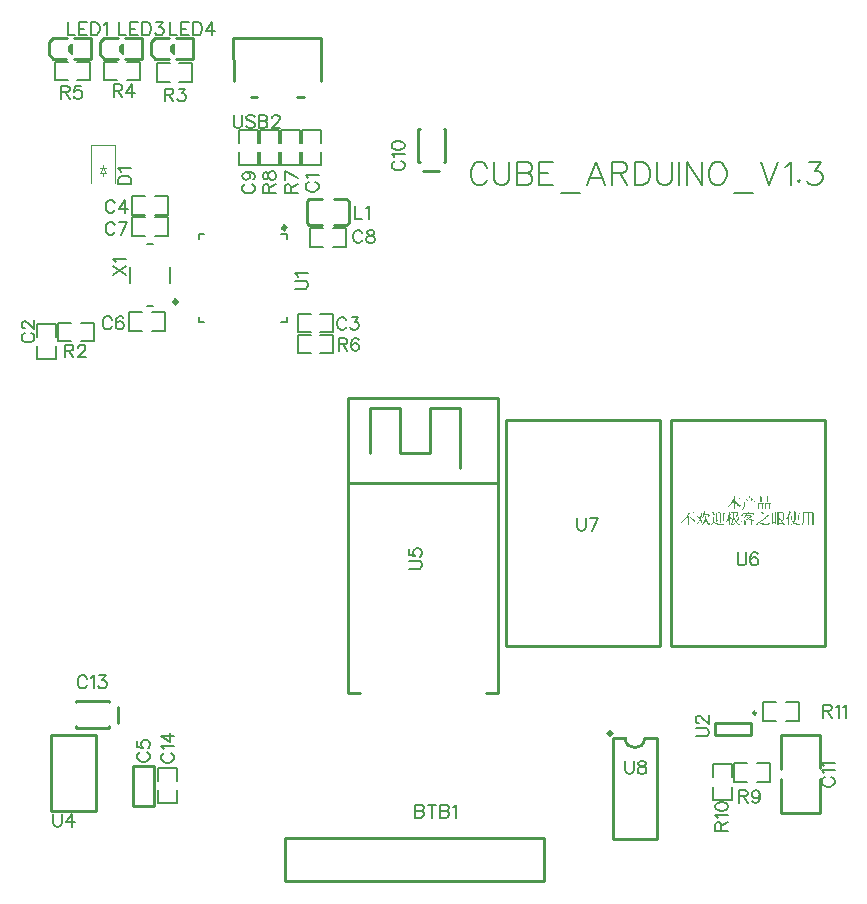
<source format=gto>
G04 Layer: TopSilkLayer*
G04 EasyEDA v6.3.12, 2019-11-29T11:20:33+08:00*
G04 20e9667cab1745c4bec6fbe7ec4c93c1,0d9194da949c4fdba41728a14849dae3,10*
G04 Gerber Generator version 0.2*
G04 Scale: 100 percent, Rotated: No, Reflected: No *
G04 Dimensions in millimeters *
G04 leading zeros omitted , absolute positions ,3 integer and 3 decimal *
%FSLAX33Y33*%
%MOMM*%
G90*
G71D02*

%ADD10C,0.254000*%
%ADD12C,0.200000*%
%ADD14C,0.152400*%
%ADD42C,0.100000*%
%ADD43C,0.119990*%
%ADD44C,0.150114*%
%ADD45C,0.269999*%
%ADD46C,0.228600*%
%ADD47C,0.299999*%
%ADD48C,0.203200*%

%LPD*%
G54D12*
G01X24737Y58404D02*
G01X25187Y58404D01*
G01X25187Y57954D01*
G01X17737Y57954D02*
G01X17737Y58404D01*
G01X18187Y58404D01*
G01X17737Y51404D02*
G01X17737Y50954D01*
G01X18187Y50954D01*
G01X24737Y50954D02*
G01X25187Y50954D01*
G01X25187Y51404D01*
G01X28105Y65332D02*
G01X28105Y64232D01*
G01X26504Y64232D01*
G01X26504Y65332D01*
G01X28105Y66132D02*
G01X28105Y67232D01*
G01X27105Y67232D01*
G01X26504Y67232D01*
G01X26504Y66132D01*
G01X4087Y49680D02*
G01X4087Y50780D01*
G01X5688Y50780D01*
G01X5688Y49680D01*
G01X4087Y48880D02*
G01X4087Y47780D01*
G01X5087Y47780D01*
G01X5688Y47780D01*
G01X5688Y48880D01*
G01X27223Y50069D02*
G01X26123Y50069D01*
G01X26123Y51670D01*
G01X27223Y51670D01*
G01X28023Y50069D02*
G01X29123Y50069D01*
G01X29123Y51069D01*
G01X29123Y51670D01*
G01X28023Y51670D01*
G01X6966Y49307D02*
G01X5866Y49307D01*
G01X5866Y50908D01*
G01X6966Y50908D01*
G01X7766Y49307D02*
G01X8866Y49307D01*
G01X8866Y50307D01*
G01X8866Y50908D01*
G01X7766Y50908D01*
G54D42*
G01X9906Y63973D02*
G01X9398Y63973D01*
G01X9652Y63592D02*
G01X9652Y63338D01*
G01X9652Y63973D02*
G01X9906Y63592D01*
G01X9398Y63592D01*
G01X9652Y63973D01*
G01X9652Y64227D01*
G54D43*
G01X10668Y65922D02*
G01X8636Y65922D01*
G01X10675Y62721D02*
G01X10675Y65922D01*
G01X8625Y65922D02*
G01X8625Y62721D01*
G54D10*
G01X29156Y59187D02*
G01X30206Y59187D01*
G01X29156Y61348D02*
G01X30206Y61348D01*
G01X28156Y59187D02*
G01X27106Y59187D01*
G01X28156Y61348D02*
G01X27106Y61348D01*
G01X30436Y59368D02*
G01X30436Y61168D01*
G01X26876Y59368D02*
G01X26876Y61168D01*
G01X27106Y59187D02*
G01X27056Y59187D01*
G01X26876Y59368D01*
G01X30206Y59187D02*
G01X30255Y59187D01*
G01X30436Y59368D01*
G01X27106Y61348D02*
G01X27056Y61348D01*
G01X26876Y61168D01*
G01X30206Y61348D02*
G01X30255Y61348D01*
G01X30436Y61168D01*
G54D12*
G01X14007Y61581D02*
G01X15107Y61581D01*
G01X15107Y59980D01*
G01X14007Y59980D01*
G01X13208Y61581D02*
G01X12107Y61581D01*
G01X12107Y60581D01*
G01X12107Y59980D01*
G01X13208Y59980D01*
G01X13837Y57534D02*
G01X13340Y57534D01*
G01X15288Y55635D02*
G01X15288Y54232D01*
G01X11889Y55635D02*
G01X11889Y54232D01*
G01X13837Y52333D02*
G01X13340Y52333D01*
G01X12954Y50201D02*
G01X11854Y50201D01*
G01X11854Y51802D01*
G01X12954Y51802D01*
G01X13754Y50201D02*
G01X14854Y50201D01*
G01X14854Y51201D01*
G01X14854Y51802D01*
G01X13754Y51802D01*
G01X13208Y58202D02*
G01X12108Y58202D01*
G01X12108Y59803D01*
G01X13208Y59803D01*
G01X14008Y58202D02*
G01X15108Y58202D01*
G01X15108Y59202D01*
G01X15108Y59803D01*
G01X14008Y59803D01*
G01X28302Y57308D02*
G01X27202Y57308D01*
G01X27202Y58909D01*
G01X28302Y58909D01*
G01X29102Y57308D02*
G01X30202Y57308D01*
G01X30202Y58308D01*
G01X30202Y58909D01*
G01X29102Y58909D01*
G01X22771Y65329D02*
G01X22771Y64229D01*
G01X21170Y64229D01*
G01X21170Y65329D01*
G01X22771Y66129D02*
G01X22771Y67229D01*
G01X21771Y67229D01*
G01X21170Y67229D01*
G01X21170Y66129D01*
G01X16082Y72879D02*
G01X17182Y72879D01*
G01X17182Y71278D01*
G01X16082Y71278D01*
G01X15282Y72879D02*
G01X14182Y72879D01*
G01X14182Y71879D01*
G01X14182Y71278D01*
G01X15282Y71278D01*
G01X11637Y73006D02*
G01X12737Y73006D01*
G01X12737Y71405D01*
G01X11637Y71405D01*
G01X10837Y73006D02*
G01X9737Y73006D01*
G01X9737Y72006D01*
G01X9737Y71405D01*
G01X10837Y71405D01*
G01X7446Y73006D02*
G01X8546Y73006D01*
G01X8546Y71405D01*
G01X7446Y71405D01*
G01X6646Y73006D02*
G01X5546Y73006D01*
G01X5546Y72006D01*
G01X5546Y71405D01*
G01X6646Y71405D01*
G01X28023Y49892D02*
G01X29123Y49892D01*
G01X29123Y48291D01*
G01X28023Y48291D01*
G01X27223Y49892D02*
G01X26123Y49892D01*
G01X26123Y48892D01*
G01X26123Y48291D01*
G01X27223Y48291D01*
G54D10*
G01X8623Y74974D02*
G01X7150Y74974D01*
G01X8623Y73247D02*
G01X7150Y73247D01*
G01X8623Y73247D02*
G01X8623Y74974D01*
G01X6565Y74974D02*
G01X5397Y74974D01*
G01X6540Y73247D02*
G01X5397Y73247D01*
G01X5397Y73247D02*
G01X5041Y73603D01*
G01X5041Y74619D01*
G01X5397Y74974D01*
G54D44*
G01X6997Y73730D02*
G01X6997Y74517D01*
G01X6743Y74263D01*
G01X6743Y73907D01*
G01X6997Y73653D01*
G01X6997Y73882D01*
G01X6870Y74339D02*
G01X6870Y73831D01*
G54D10*
G01X12979Y74974D02*
G01X11506Y74974D01*
G01X12979Y73247D02*
G01X11506Y73247D01*
G01X12979Y73247D02*
G01X12979Y74974D01*
G01X10922Y74974D02*
G01X9753Y74974D01*
G01X10896Y73247D02*
G01X9753Y73247D01*
G01X9753Y73247D02*
G01X9398Y73603D01*
G01X9398Y74619D01*
G01X9753Y74974D01*
G54D44*
G01X11353Y73730D02*
G01X11353Y74517D01*
G01X11099Y74263D01*
G01X11099Y73907D01*
G01X11353Y73653D01*
G01X11353Y73882D01*
G01X11226Y74339D02*
G01X11226Y73831D01*
G54D10*
G01X17297Y74974D02*
G01X15824Y74974D01*
G01X17297Y73247D02*
G01X15824Y73247D01*
G01X17297Y73247D02*
G01X17297Y74974D01*
G01X15240Y74974D02*
G01X14071Y74974D01*
G01X15214Y73247D02*
G01X14071Y73247D01*
G01X14071Y73247D02*
G01X13716Y73603D01*
G01X13716Y74619D01*
G01X14071Y74974D01*
G54D44*
G01X15671Y73730D02*
G01X15671Y74517D01*
G01X15417Y74263D01*
G01X15417Y73907D01*
G01X15671Y73653D01*
G01X15671Y73882D01*
G01X15544Y74339D02*
G01X15544Y73831D01*
G54D12*
G01X24726Y66131D02*
G01X24726Y67231D01*
G01X26327Y67231D01*
G01X26327Y66131D01*
G01X24726Y65332D02*
G01X24726Y64231D01*
G01X25726Y64231D01*
G01X26327Y64231D01*
G01X26327Y65332D01*
G01X22948Y66131D02*
G01X22948Y67231D01*
G01X24549Y67231D01*
G01X24549Y66131D01*
G01X22948Y65332D02*
G01X22948Y64231D01*
G01X23948Y64231D01*
G01X24549Y64231D01*
G01X24549Y65332D01*
G54D10*
G01X36449Y64529D02*
G01X36322Y64529D01*
G01X36322Y67323D01*
G01X36449Y67323D01*
G01X38481Y64529D02*
G01X38608Y64529D01*
G01X38608Y67323D01*
G01X38481Y67323D01*
G01X36703Y63767D02*
G01X38100Y63767D01*
G01X64491Y17018D02*
G01X64491Y16018D01*
G01X61492Y17018D02*
G01X64493Y17018D01*
G01X61490Y16017D02*
G01X61492Y17018D01*
G01X64493Y16017D02*
G01X61492Y16018D01*
G54D12*
G01X64977Y13635D02*
G01X66077Y13635D01*
G01X66077Y12034D01*
G01X64977Y12034D01*
G01X64177Y13635D02*
G01X63077Y13635D01*
G01X63077Y12635D01*
G01X63077Y12034D01*
G01X64177Y12034D01*
G01X62903Y11611D02*
G01X62903Y10511D01*
G01X61302Y10511D01*
G01X61302Y11611D01*
G01X62903Y12411D02*
G01X62903Y13511D01*
G01X61903Y13511D01*
G01X61302Y13511D01*
G01X61302Y12411D01*
G01X67455Y18777D02*
G01X68555Y18777D01*
G01X68555Y17176D01*
G01X67455Y17176D01*
G01X66655Y18777D02*
G01X65555Y18777D01*
G01X65555Y17777D01*
G01X65555Y17176D01*
G01X66655Y17176D01*
G54D45*
G01X67030Y12276D02*
G01X67030Y9406D01*
G01X70358Y9406D01*
G01X70358Y12276D01*
G01X70358Y12276D01*
G01X70358Y13190D02*
G01X70358Y13165D01*
G01X70358Y15984D01*
G01X67030Y15984D01*
G01X67030Y13114D01*
G54D10*
G01X9037Y9570D02*
G01X9037Y15969D01*
G01X9037Y9570D02*
G01X5237Y9570D01*
G01X5237Y15969D02*
G01X5237Y9570D01*
G01X5237Y15969D02*
G01X9037Y15969D01*
G54D12*
G01X14312Y12088D02*
G01X14312Y13188D01*
G01X15913Y13188D01*
G01X15913Y12088D01*
G01X14312Y11288D02*
G01X14312Y10188D01*
G01X15312Y10188D01*
G01X15913Y10188D01*
G01X15913Y11288D01*
G54D10*
G01X10160Y16707D02*
G01X10160Y16580D01*
G01X7366Y16580D01*
G01X7366Y16707D01*
G01X10160Y18739D02*
G01X10160Y18866D01*
G01X7366Y18866D01*
G01X7366Y18739D01*
G01X10922Y16961D02*
G01X10922Y18358D01*
G01X30357Y19501D02*
G01X30357Y44501D01*
G01X43057Y19501D02*
G01X43057Y44501D01*
G01X30357Y44520D02*
G01X43057Y44520D01*
G01X30357Y19501D02*
G01X31373Y19501D01*
G01X43057Y19501D02*
G01X42041Y19501D01*
G01X30357Y37281D02*
G01X43057Y37281D01*
G01X32262Y39821D02*
G01X32262Y43631D01*
G01X34802Y43631D01*
G01X34802Y39821D01*
G01X37342Y39821D01*
G01X37342Y43631D01*
G01X39882Y43631D01*
G01X39882Y38551D01*
G01X25008Y7276D02*
G01X47008Y7276D01*
G01X47008Y3627D01*
G01X25008Y3627D01*
G01X25008Y7276D01*
G54D46*
G01X13980Y13365D02*
G01X13980Y9965D01*
G01X12181Y9965D01*
G01X12181Y13365D01*
G01X13980Y13365D01*
G54D10*
G01X52781Y15741D02*
G01X52781Y7156D01*
G01X56565Y7156D01*
G01X56565Y15716D01*
G01X52781Y15741D02*
G01X53848Y15741D01*
G01X55499Y15716D02*
G01X56565Y15716D01*
G01X57696Y23494D02*
G01X70796Y23494D01*
G01X57696Y23494D02*
G01X57696Y42594D01*
G01X70796Y23494D02*
G01X70796Y42594D01*
G01X57696Y42614D02*
G01X70796Y42614D01*
G01X43726Y23494D02*
G01X56826Y23494D01*
G01X43726Y23494D02*
G01X43726Y42594D01*
G01X56826Y23494D02*
G01X56826Y42594D01*
G01X43726Y42614D02*
G01X56826Y42614D01*
G01X26698Y69992D02*
G01X26083Y69992D01*
G01X22676Y69992D02*
G01X22159Y69992D01*
G01X28067Y71317D02*
G01X28083Y74984D01*
G01X28083Y74984D02*
G01X20691Y74984D01*
G01X20683Y74976D01*
G01X20683Y74976D02*
G01X20701Y71317D01*
G54D48*
G01X42151Y64014D02*
G01X42059Y64197D01*
G01X41874Y64382D01*
G01X41691Y64474D01*
G01X41320Y64474D01*
G01X41135Y64382D01*
G01X40952Y64197D01*
G01X40858Y64014D01*
G01X40767Y63735D01*
G01X40767Y63275D01*
G01X40858Y62998D01*
G01X40952Y62813D01*
G01X41135Y62627D01*
G01X41320Y62536D01*
G01X41691Y62536D01*
G01X41874Y62627D01*
G01X42059Y62813D01*
G01X42151Y62998D01*
G01X42760Y64474D02*
G01X42760Y63089D01*
G01X42854Y62813D01*
G01X43040Y62627D01*
G01X43317Y62536D01*
G01X43500Y62536D01*
G01X43776Y62627D01*
G01X43962Y62813D01*
G01X44056Y63089D01*
G01X44056Y64474D01*
G01X44665Y64474D02*
G01X44665Y62536D01*
G01X44665Y64474D02*
G01X45496Y64474D01*
G01X45773Y64382D01*
G01X45864Y64291D01*
G01X45958Y64105D01*
G01X45958Y63920D01*
G01X45864Y63735D01*
G01X45773Y63643D01*
G01X45496Y63552D01*
G01X44665Y63552D02*
G01X45496Y63552D01*
G01X45773Y63458D01*
G01X45864Y63366D01*
G01X45958Y63181D01*
G01X45958Y62904D01*
G01X45864Y62719D01*
G01X45773Y62627D01*
G01X45496Y62536D01*
G01X44665Y62536D01*
G01X46568Y64474D02*
G01X46568Y62536D01*
G01X46568Y64474D02*
G01X47767Y64474D01*
G01X46568Y63552D02*
G01X47307Y63552D01*
G01X46568Y62536D02*
G01X47767Y62536D01*
G01X48376Y61888D02*
G01X50040Y61888D01*
G01X51389Y64474D02*
G01X50650Y62536D01*
G01X51389Y64474D02*
G01X52128Y62536D01*
G01X50927Y63181D02*
G01X51851Y63181D01*
G01X52738Y64474D02*
G01X52738Y62536D01*
G01X52738Y64474D02*
G01X53568Y64474D01*
G01X53845Y64382D01*
G01X53936Y64291D01*
G01X54030Y64105D01*
G01X54030Y63920D01*
G01X53936Y63735D01*
G01X53845Y63643D01*
G01X53568Y63552D01*
G01X52738Y63552D01*
G01X53383Y63552D02*
G01X54030Y62536D01*
G01X54640Y64474D02*
G01X54640Y62536D01*
G01X54640Y64474D02*
G01X55285Y64474D01*
G01X55562Y64382D01*
G01X55747Y64197D01*
G01X55841Y64014D01*
G01X55933Y63735D01*
G01X55933Y63275D01*
G01X55841Y62998D01*
G01X55747Y62813D01*
G01X55562Y62627D01*
G01X55285Y62536D01*
G01X54640Y62536D01*
G01X56542Y64474D02*
G01X56542Y63089D01*
G01X56634Y62813D01*
G01X56819Y62627D01*
G01X57096Y62536D01*
G01X57282Y62536D01*
G01X57558Y62627D01*
G01X57744Y62813D01*
G01X57835Y63089D01*
G01X57835Y64474D01*
G01X58445Y64474D02*
G01X58445Y62536D01*
G01X59055Y64474D02*
G01X59055Y62536D01*
G01X59055Y64474D02*
G01X60347Y62536D01*
G01X60347Y64474D02*
G01X60347Y62536D01*
G01X61511Y64474D02*
G01X61328Y64382D01*
G01X61142Y64197D01*
G01X61048Y64014D01*
G01X60957Y63735D01*
G01X60957Y63275D01*
G01X61048Y62998D01*
G01X61142Y62813D01*
G01X61328Y62627D01*
G01X61511Y62536D01*
G01X61882Y62536D01*
G01X62064Y62627D01*
G01X62250Y62813D01*
G01X62344Y62998D01*
G01X62435Y63275D01*
G01X62435Y63735D01*
G01X62344Y64014D01*
G01X62250Y64197D01*
G01X62064Y64382D01*
G01X61882Y64474D01*
G01X61511Y64474D01*
G01X63045Y61888D02*
G01X64706Y61888D01*
G01X65316Y64474D02*
G01X66055Y62536D01*
G01X66794Y64474D02*
G01X66055Y62536D01*
G01X67403Y64105D02*
G01X67589Y64197D01*
G01X67866Y64474D01*
G01X67866Y62536D01*
G01X68567Y62998D02*
G01X68475Y62904D01*
G01X68567Y62813D01*
G01X68661Y62904D01*
G01X68567Y62998D01*
G01X69456Y64474D02*
G01X70472Y64474D01*
G01X69916Y63735D01*
G01X70192Y63735D01*
G01X70378Y63643D01*
G01X70472Y63552D01*
G01X70563Y63275D01*
G01X70563Y63089D01*
G01X70472Y62813D01*
G01X70286Y62627D01*
G01X70010Y62536D01*
G01X69733Y62536D01*
G01X69456Y62627D01*
G01X69362Y62719D01*
G01X69270Y62904D01*

%LPD*%
G36*
G01X64335Y36244D02*
G01X64249Y36265D01*
G01X64236Y36254D01*
G01X64270Y36221D01*
G01X64302Y36182D01*
G01X64326Y36140D01*
G01X64340Y36097D01*
G01X64375Y36084D01*
G01X64405Y36090D01*
G01X64426Y36111D01*
G01X64433Y36142D01*
G01X64423Y36177D01*
G01X64391Y36213D01*
G01X64335Y36244D01*
G37*

%LPD*%
G36*
G01X64850Y36121D02*
G01X64808Y36153D01*
G01X64742Y36074D01*
G01X63779Y36074D01*
G01X63792Y36036D01*
G01X64894Y36036D01*
G01X64906Y36037D01*
G01X64916Y36041D01*
G01X64923Y36048D01*
G01X64927Y36056D01*
G01X64889Y36090D01*
G01X64850Y36121D01*
G37*

%LPD*%
G36*
G01X64159Y35990D02*
G01X64099Y36021D01*
G01X64089Y36013D01*
G01X64115Y35963D01*
G01X64140Y35906D01*
G01X64160Y35847D01*
G01X64170Y35790D01*
G01X64193Y35774D01*
G01X64216Y35769D01*
G01X64237Y35773D01*
G01X64254Y35785D01*
G01X64266Y35804D01*
G01X64272Y35829D01*
G01X64270Y35858D01*
G01X64259Y35890D01*
G01X64238Y35923D01*
G01X64205Y35957D01*
G01X64159Y35990D01*
G37*

%LPD*%
G36*
G01X65991Y36143D02*
G01X65877Y36229D01*
G01X65824Y36171D01*
G01X65412Y36171D01*
G01X65303Y36216D01*
G01X65303Y35701D01*
G01X65316Y35701D01*
G01X65347Y35705D01*
G01X65375Y35714D01*
G01X65394Y35726D01*
G01X65402Y35734D01*
G01X65402Y35802D01*
G01X65836Y35802D01*
G01X65836Y35708D01*
G01X65854Y35708D01*
G01X65881Y35712D01*
G01X65908Y35721D01*
G01X65929Y35732D01*
G01X65938Y35741D01*
G01X65938Y36117D01*
G01X65956Y36122D01*
G01X65971Y36128D01*
G01X65983Y36135D01*
G01X65991Y36143D01*
G37*

%LPC*%
G36*
G01X65836Y36132D02*
G01X65402Y36132D01*
G01X65402Y35840D01*
G01X65836Y35840D01*
G01X65836Y36132D01*
G37*

%LPD*%
G36*
G01X65595Y35586D02*
G01X65483Y35673D01*
G01X65430Y35614D01*
G01X65204Y35614D01*
G01X65100Y35657D01*
G01X65100Y35088D01*
G01X65115Y35088D01*
G01X65146Y35092D01*
G01X65173Y35101D01*
G01X65192Y35112D01*
G01X65199Y35122D01*
G01X65199Y35205D01*
G01X65443Y35205D01*
G01X65443Y35111D01*
G01X65458Y35111D01*
G01X65486Y35115D01*
G01X65513Y35124D01*
G01X65534Y35134D01*
G01X65542Y35142D01*
G01X65542Y35561D01*
G01X65559Y35565D01*
G01X65575Y35572D01*
G01X65587Y35579D01*
G01X65595Y35586D01*
G37*

%LPC*%
G36*
G01X65443Y35576D02*
G01X65199Y35576D01*
G01X65199Y35243D01*
G01X65443Y35243D01*
G01X65443Y35576D01*
G37*

%LPD*%
G36*
G01X66194Y35586D02*
G01X66080Y35673D01*
G01X66029Y35614D01*
G01X65793Y35614D01*
G01X65689Y35657D01*
G01X65689Y35086D01*
G01X65704Y35086D01*
G01X65736Y35089D01*
G01X65762Y35099D01*
G01X65781Y35109D01*
G01X65788Y35119D01*
G01X65788Y35205D01*
G01X66042Y35205D01*
G01X66042Y35104D01*
G01X66057Y35104D01*
G01X66084Y35107D01*
G01X66112Y35115D01*
G01X66132Y35124D01*
G01X66141Y35132D01*
G01X66141Y35558D01*
G01X66160Y35564D01*
G01X66175Y35572D01*
G01X66187Y35579D01*
G01X66194Y35586D01*
G37*

%LPC*%
G36*
G01X66042Y35576D02*
G01X65788Y35576D01*
G01X65788Y35243D01*
G01X66042Y35243D01*
G01X66042Y35576D01*
G37*

%LPD*%
G36*
G01X63179Y36237D02*
G01X63025Y36254D01*
G01X63025Y35967D01*
G01X62532Y35967D01*
G01X62544Y35932D01*
G01X62951Y35932D01*
G01X62927Y35871D01*
G01X62901Y35810D01*
G01X62872Y35749D01*
G01X62839Y35689D01*
G01X62804Y35631D01*
G01X62766Y35573D01*
G01X62725Y35518D01*
G01X62682Y35464D01*
G01X62635Y35412D01*
G01X62587Y35363D01*
G01X62536Y35317D01*
G01X62484Y35274D01*
G01X62499Y35259D01*
G01X62557Y35294D01*
G01X62612Y35332D01*
G01X62665Y35371D01*
G01X62715Y35413D01*
G01X62763Y35456D01*
G01X62808Y35502D01*
G01X62851Y35549D01*
G01X62891Y35598D01*
G01X62929Y35649D01*
G01X62963Y35701D01*
G01X62995Y35754D01*
G01X63025Y35810D01*
G01X63025Y35401D01*
G01X62755Y35401D01*
G01X62765Y35365D01*
G01X63025Y35365D01*
G01X63025Y35081D01*
G01X63045Y35081D01*
G01X63075Y35084D01*
G01X63101Y35093D01*
G01X63119Y35104D01*
G01X63126Y35116D01*
G01X63126Y35365D01*
G01X63370Y35365D01*
G01X63382Y35366D01*
G01X63392Y35370D01*
G01X63399Y35376D01*
G01X63403Y35386D01*
G01X63366Y35420D01*
G01X63328Y35454D01*
G01X63298Y35480D01*
G01X63286Y35490D01*
G01X63220Y35401D01*
G01X63126Y35401D01*
G01X63126Y35927D01*
G01X63151Y35859D01*
G01X63177Y35793D01*
G01X63207Y35730D01*
G01X63239Y35670D01*
G01X63273Y35612D01*
G01X63310Y35558D01*
G01X63348Y35507D01*
G01X63388Y35459D01*
G01X63429Y35414D01*
G01X63473Y35373D01*
G01X63517Y35335D01*
G01X63563Y35302D01*
G01X63580Y35335D01*
G01X63603Y35361D01*
G01X63632Y35381D01*
G01X63665Y35391D01*
G01X63665Y35401D01*
G01X63615Y35427D01*
G01X63567Y35457D01*
G01X63518Y35492D01*
G01X63470Y35529D01*
G01X63423Y35571D01*
G01X63378Y35615D01*
G01X63334Y35662D01*
G01X63293Y35712D01*
G01X63254Y35764D01*
G01X63217Y35818D01*
G01X63184Y35874D01*
G01X63154Y35932D01*
G01X63599Y35932D01*
G01X63609Y35933D01*
G01X63619Y35936D01*
G01X63627Y35942D01*
G01X63632Y35952D01*
G01X63589Y35989D01*
G01X63546Y36024D01*
G01X63513Y36051D01*
G01X63500Y36061D01*
G01X63431Y35967D01*
G01X63126Y35967D01*
G01X63126Y36198D01*
G01X63150Y36204D01*
G01X63165Y36212D01*
G01X63174Y36223D01*
G01X63179Y36237D01*
G37*

%LPD*%
G36*
G01X64686Y35985D02*
G01X64541Y36016D01*
G01X64523Y35952D01*
G01X64500Y35883D01*
G01X64475Y35813D01*
G01X64449Y35746D01*
G01X64025Y35746D01*
G01X63908Y35795D01*
G01X63908Y35599D01*
G01X63907Y35536D01*
G01X63903Y35472D01*
G01X63896Y35406D01*
G01X63883Y35340D01*
G01X63863Y35274D01*
G01X63835Y35210D01*
G01X63800Y35148D01*
G01X63754Y35088D01*
G01X63769Y35073D01*
G01X63819Y35112D01*
G01X63862Y35153D01*
G01X63898Y35197D01*
G01X63928Y35242D01*
G01X63952Y35288D01*
G01X63970Y35335D01*
G01X63984Y35382D01*
G01X63994Y35429D01*
G01X64001Y35475D01*
G01X64005Y35518D01*
G01X64007Y35560D01*
G01X64008Y35599D01*
G01X64008Y35711D01*
G01X64858Y35711D01*
G01X64870Y35712D01*
G01X64880Y35716D01*
G01X64887Y35722D01*
G01X64891Y35731D01*
G01X64852Y35764D01*
G01X64811Y35796D01*
G01X64780Y35821D01*
G01X64767Y35830D01*
G01X64701Y35746D01*
G01X64485Y35746D01*
G01X64529Y35799D01*
G01X64571Y35854D01*
G01X64609Y35907D01*
G01X64640Y35957D01*
G01X64658Y35959D01*
G01X64671Y35964D01*
G01X64680Y35973D01*
G01X64686Y35985D01*
G37*

%LPD*%

%LPD*%
G36*
G01X64246Y34908D02*
G01X64162Y34923D01*
G01X64150Y34913D01*
G01X64182Y34884D01*
G01X64211Y34848D01*
G01X64234Y34808D01*
G01X64246Y34768D01*
G01X64283Y34756D01*
G01X64314Y34763D01*
G01X64335Y34784D01*
G01X64342Y34815D01*
G01X64333Y34849D01*
G01X64302Y34882D01*
G01X64246Y34908D01*
G37*

%LPD*%
G36*
G01X65425Y34890D02*
G01X65351Y34918D01*
G01X65338Y34908D01*
G01X65385Y34856D01*
G01X65430Y34795D01*
G01X65466Y34729D01*
G01X65486Y34664D01*
G01X65512Y34651D01*
G01X65537Y34649D01*
G01X65557Y34657D01*
G01X65572Y34672D01*
G01X65581Y34695D01*
G01X65582Y34724D01*
G01X65574Y34756D01*
G01X65556Y34790D01*
G01X65526Y34825D01*
G01X65483Y34859D01*
G01X65425Y34890D01*
G37*

%LPD*%
G36*
G01X61275Y34863D02*
G01X61206Y34898D01*
G01X61191Y34890D01*
G01X61234Y34832D01*
G01X61275Y34765D01*
G01X61311Y34695D01*
G01X61335Y34629D01*
G01X61360Y34616D01*
G01X61383Y34613D01*
G01X61401Y34620D01*
G01X61415Y34635D01*
G01X61423Y34657D01*
G01X61424Y34684D01*
G01X61416Y34716D01*
G01X61398Y34751D01*
G01X61370Y34788D01*
G01X61329Y34826D01*
G01X61275Y34863D01*
G37*

%LPD*%
G36*
G01X60665Y34880D02*
G01X60510Y34918D01*
G01X60497Y34837D01*
G01X60481Y34757D01*
G01X60462Y34678D01*
G01X60441Y34600D01*
G01X60417Y34526D01*
G01X60392Y34456D01*
G01X60365Y34391D01*
G01X60337Y34332D01*
G01X60352Y34321D01*
G01X60406Y34387D01*
G01X60455Y34461D01*
G01X60501Y34541D01*
G01X60543Y34626D01*
G01X60886Y34626D01*
G01X60871Y34570D01*
G01X60852Y34509D01*
G01X60833Y34450D01*
G01X60815Y34400D01*
G01X60830Y34390D01*
G01X60875Y34439D01*
G01X60922Y34497D01*
G01X60967Y34556D01*
G01X61003Y34606D01*
G01X61019Y34608D01*
G01X61033Y34610D01*
G01X61043Y34615D01*
G01X61051Y34621D01*
G01X60942Y34728D01*
G01X60881Y34664D01*
G01X60556Y34664D01*
G01X60574Y34709D01*
G01X60590Y34755D01*
G01X60605Y34803D01*
G01X60619Y34852D01*
G01X60637Y34855D01*
G01X60651Y34861D01*
G01X60659Y34870D01*
G01X60665Y34880D01*
G37*

%LPD*%
G36*
G01X59396Y34416D02*
G01X59301Y34451D01*
G01X59288Y34438D01*
G01X59340Y34401D01*
G01X59395Y34358D01*
G01X59452Y34312D01*
G01X59507Y34263D01*
G01X59559Y34213D01*
G01X59606Y34162D01*
G01X59645Y34112D01*
G01X59674Y34065D01*
G01X59698Y34056D01*
G01X59719Y34055D01*
G01X59736Y34060D01*
G01X59749Y34071D01*
G01X59756Y34088D01*
G01X59758Y34110D01*
G01X59753Y34136D01*
G01X59741Y34165D01*
G01X59721Y34198D01*
G01X59692Y34233D01*
G01X59654Y34269D01*
G01X59606Y34306D01*
G01X59548Y34343D01*
G01X59478Y34380D01*
G01X59396Y34416D01*
G37*

%LPD*%
G36*
G01X61887Y34845D02*
G01X61765Y34918D01*
G01X61738Y34891D01*
G01X61707Y34862D01*
G01X61673Y34831D01*
G01X61638Y34801D01*
G01X61544Y34819D01*
G01X61544Y34220D01*
G01X61542Y34205D01*
G01X61537Y34192D01*
G01X61524Y34181D01*
G01X61503Y34169D01*
G01X61561Y34045D01*
G01X61571Y34051D01*
G01X61581Y34061D01*
G01X61591Y34073D01*
G01X61600Y34090D01*
G01X61669Y34136D01*
G01X61732Y34179D01*
G01X61784Y34217D01*
G01X61826Y34245D01*
G01X61821Y34263D01*
G01X61772Y34246D01*
G01X61724Y34230D01*
G01X61678Y34216D01*
G01X61635Y34202D01*
G01X61635Y34751D01*
G01X61692Y34771D01*
G01X61747Y34793D01*
G01X61799Y34814D01*
G01X61841Y34832D01*
G01X61858Y34830D01*
G01X61871Y34831D01*
G01X61881Y34837D01*
G01X61887Y34845D01*
G37*

%LPD*%
G36*
G01X62290Y34753D02*
G01X62179Y34840D01*
G01X62130Y34781D01*
G01X61963Y34781D01*
G01X61859Y34824D01*
G01X61859Y33925D01*
G01X61874Y33925D01*
G01X61906Y33929D01*
G01X61931Y33937D01*
G01X61947Y33948D01*
G01X61953Y33956D01*
G01X61953Y34743D01*
G01X62143Y34743D01*
G01X62143Y34235D01*
G01X62142Y34225D01*
G01X62138Y34217D01*
G01X62130Y34212D01*
G01X62118Y34210D01*
G01X62091Y34211D01*
G01X62052Y34215D01*
G01X62001Y34220D01*
G01X62001Y34199D01*
G01X62031Y34193D01*
G01X62056Y34186D01*
G01X62074Y34177D01*
G01X62087Y34166D01*
G01X62095Y34154D01*
G01X62101Y34138D01*
G01X62105Y34119D01*
G01X62108Y34098D01*
G01X62177Y34112D01*
G01X62216Y34138D01*
G01X62233Y34176D01*
G01X62237Y34225D01*
G01X62237Y34728D01*
G01X62256Y34732D01*
G01X62272Y34738D01*
G01X62283Y34746D01*
G01X62290Y34753D01*
G37*

%LPD*%
G36*
G01X66677Y34784D02*
G01X66570Y34870D01*
G01X66520Y34812D01*
G01X66354Y34812D01*
G01X66258Y34857D01*
G01X66258Y33816D01*
G01X66276Y33816D01*
G01X66305Y33820D01*
G01X66329Y33830D01*
G01X66346Y33843D01*
G01X66352Y33854D01*
G01X66352Y33971D01*
G01X66532Y33971D01*
G01X66532Y33874D01*
G01X66545Y33874D01*
G01X66571Y33878D01*
G01X66597Y33888D01*
G01X66616Y33899D01*
G01X66624Y33907D01*
G01X66624Y34758D01*
G01X66641Y34763D01*
G01X66657Y34769D01*
G01X66669Y34776D01*
G01X66677Y34784D01*
G37*

%LPC*%
G36*
G01X66532Y34245D02*
G01X66352Y34245D01*
G01X66352Y34006D01*
G01X66532Y34006D01*
G01X66532Y34245D01*
G37*
G36*
G01X66532Y34514D02*
G01X66352Y34514D01*
G01X66352Y34283D01*
G01X66532Y34283D01*
G01X66532Y34514D01*
G37*
G36*
G01X66532Y34776D02*
G01X66352Y34776D01*
G01X66352Y34553D01*
G01X66532Y34553D01*
G01X66532Y34776D01*
G37*

%LPD*%
G36*
G01X60403Y34700D02*
G01X60299Y34796D01*
G01X60246Y34733D01*
G01X59875Y34733D01*
G01X59885Y34697D01*
G01X60253Y34697D01*
G01X60239Y34614D01*
G01X60222Y34530D01*
G01X60203Y34446D01*
G01X60180Y34362D01*
G01X60126Y34409D01*
G01X60066Y34458D01*
G01X60000Y34508D01*
G01X59926Y34558D01*
G01X59905Y34547D01*
G01X59964Y34486D01*
G01X60026Y34416D01*
G01X60088Y34342D01*
G01X60147Y34263D01*
G01X60121Y34197D01*
G01X60092Y34132D01*
G01X60061Y34069D01*
G01X60027Y34008D01*
G01X59990Y33949D01*
G01X59950Y33893D01*
G01X59906Y33840D01*
G01X59860Y33791D01*
G01X59875Y33775D01*
G01X59929Y33818D01*
G01X59979Y33863D01*
G01X60025Y33911D01*
G01X60067Y33961D01*
G01X60106Y34014D01*
G01X60142Y34068D01*
G01X60174Y34124D01*
G01X60203Y34182D01*
G01X60238Y34125D01*
G01X60268Y34068D01*
G01X60292Y34014D01*
G01X60309Y33961D01*
G01X60342Y33945D01*
G01X60368Y33950D01*
G01X60385Y33972D01*
G01X60390Y34010D01*
G01X60382Y34062D01*
G01X60357Y34127D01*
G01X60313Y34202D01*
G01X60248Y34286D01*
G01X60267Y34335D01*
G01X60283Y34384D01*
G01X60298Y34434D01*
G01X60312Y34483D01*
G01X60324Y34533D01*
G01X60335Y34583D01*
G01X60344Y34631D01*
G01X60352Y34680D01*
G01X60372Y34684D01*
G01X60386Y34688D01*
G01X60396Y34693D01*
G01X60403Y34700D01*
G37*

%LPD*%
G36*
G01X66012Y34578D02*
G01X65907Y34674D01*
G01X65834Y34614D01*
G01X65006Y34614D01*
G01X65016Y34575D01*
G01X65824Y34575D01*
G01X65787Y34527D01*
G01X65745Y34478D01*
G01X65699Y34430D01*
G01X65650Y34381D01*
G01X65599Y34334D01*
G01X65544Y34287D01*
G01X65488Y34242D01*
G01X65429Y34199D01*
G01X65370Y34157D01*
G01X65310Y34118D01*
G01X65249Y34081D01*
G01X65189Y34047D01*
G01X65178Y34047D01*
G01X65139Y34029D01*
G01X65076Y33986D01*
G01X65003Y33933D01*
G01X64935Y33887D01*
G01X65021Y33765D01*
G01X65028Y33771D01*
G01X65032Y33778D01*
G01X65033Y33786D01*
G01X65031Y33796D01*
G01X65065Y33847D01*
G01X65102Y33901D01*
G01X65136Y33950D01*
G01X65163Y33989D01*
G01X65173Y33999D01*
G01X65183Y34004D01*
G01X65195Y34001D01*
G01X65209Y33989D01*
G01X65251Y33936D01*
G01X65295Y33894D01*
G01X65343Y33859D01*
G01X65395Y33832D01*
G01X65454Y33813D01*
G01X65520Y33800D01*
G01X65597Y33793D01*
G01X65684Y33791D01*
G01X66040Y33791D01*
G01X66048Y33823D01*
G01X66064Y33851D01*
G01X66087Y33872D01*
G01X66118Y33885D01*
G01X66118Y33902D01*
G01X66065Y33899D01*
G01X66015Y33896D01*
G01X65966Y33895D01*
G01X65918Y33893D01*
G01X65822Y33892D01*
G01X65719Y33892D01*
G01X65633Y33894D01*
G01X65555Y33898D01*
G01X65485Y33906D01*
G01X65423Y33919D01*
G01X65366Y33937D01*
G01X65316Y33961D01*
G01X65269Y33991D01*
G01X65227Y34029D01*
G01X65219Y34034D01*
G01X65276Y34058D01*
G01X65332Y34084D01*
G01X65387Y34111D01*
G01X65441Y34139D01*
G01X65493Y34169D01*
G01X65544Y34200D01*
G01X65593Y34232D01*
G01X65641Y34266D01*
G01X65687Y34300D01*
G01X65732Y34335D01*
G01X65774Y34371D01*
G01X65814Y34407D01*
G01X65853Y34444D01*
G01X65888Y34482D01*
G01X65922Y34520D01*
G01X65953Y34558D01*
G01X65976Y34560D01*
G01X65992Y34563D01*
G01X66003Y34569D01*
G01X66012Y34578D01*
G37*

%LPD*%
G36*
G01X61457Y34456D02*
G01X61338Y34553D01*
G01X61282Y34484D01*
G01X61127Y34484D01*
G01X61135Y34446D01*
G01X61302Y34446D01*
G01X61302Y34009D01*
G01X61257Y33977D01*
G01X61161Y33905D01*
G01X61117Y33874D01*
G01X61198Y33760D01*
G01X61204Y33768D01*
G01X61208Y33775D01*
G01X61209Y33783D01*
G01X61208Y33791D01*
G01X61243Y33842D01*
G01X61283Y33896D01*
G01X61319Y33946D01*
G01X61346Y33986D01*
G01X61356Y33995D01*
G01X61366Y33999D01*
G01X61378Y33997D01*
G01X61389Y33986D01*
G01X61433Y33934D01*
G01X61479Y33891D01*
G01X61528Y33856D01*
G01X61582Y33829D01*
G01X61642Y33809D01*
G01X61709Y33796D01*
G01X61787Y33788D01*
G01X61874Y33785D01*
G01X62242Y33785D01*
G01X62250Y33817D01*
G01X62265Y33843D01*
G01X62287Y33863D01*
G01X62316Y33874D01*
G01X62316Y33892D01*
G01X62263Y33889D01*
G01X62211Y33886D01*
G01X62161Y33885D01*
G01X62112Y33883D01*
G01X62062Y33882D01*
G01X61907Y33882D01*
G01X61819Y33884D01*
G01X61741Y33888D01*
G01X61670Y33896D01*
G01X61607Y33909D01*
G01X61550Y33928D01*
G01X61498Y33953D01*
G01X61452Y33985D01*
G01X61409Y34024D01*
G01X61406Y34028D01*
G01X61401Y34030D01*
G01X61397Y34032D01*
G01X61394Y34034D01*
G01X61394Y34431D01*
G01X61418Y34435D01*
G01X61436Y34441D01*
G01X61449Y34448D01*
G01X61457Y34456D01*
G37*

%LPD*%
G36*
G01X69865Y34796D02*
G01X69740Y34890D01*
G01X69687Y34827D01*
G01X69032Y34827D01*
G01X68912Y34875D01*
G01X68912Y34375D01*
G01X68910Y34315D01*
G01X68908Y34256D01*
G01X68903Y34197D01*
G01X68896Y34139D01*
G01X68886Y34081D01*
G01X68874Y34025D01*
G01X68858Y33970D01*
G01X68838Y33917D01*
G01X68814Y33864D01*
G01X68786Y33814D01*
G01X68752Y33765D01*
G01X68773Y33752D01*
G01X68824Y33799D01*
G01X68867Y33848D01*
G01X68903Y33901D01*
G01X68932Y33955D01*
G01X68956Y34012D01*
G01X68974Y34069D01*
G01X68988Y34128D01*
G01X68999Y34187D01*
G01X69293Y34187D01*
G01X69293Y33760D01*
G01X69314Y33760D01*
G01X69348Y33764D01*
G01X69375Y33774D01*
G01X69391Y33785D01*
G01X69397Y33793D01*
G01X69397Y34187D01*
G01X69702Y34187D01*
G01X69702Y33902D01*
G01X69701Y33891D01*
G01X69697Y33881D01*
G01X69687Y33876D01*
G01X69672Y33874D01*
G01X69636Y33876D01*
G01X69583Y33880D01*
G01X69535Y33885D01*
G01X69514Y33887D01*
G01X69514Y33864D01*
G01X69553Y33858D01*
G01X69584Y33849D01*
G01X69607Y33839D01*
G01X69623Y33829D01*
G01X69637Y33814D01*
G01X69645Y33798D01*
G01X69651Y33778D01*
G01X69654Y33755D01*
G01X69734Y33772D01*
G01X69779Y33801D01*
G01X69799Y33841D01*
G01X69804Y33892D01*
G01X69804Y34768D01*
G01X69825Y34773D01*
G01X69842Y34780D01*
G01X69855Y34788D01*
G01X69865Y34796D01*
G37*

%LPC*%
G36*
G01X69702Y34494D02*
G01X69397Y34494D01*
G01X69397Y34225D01*
G01X69702Y34225D01*
G01X69702Y34494D01*
G37*
G36*
G01X69293Y34494D02*
G01X69016Y34494D01*
G01X69016Y34386D01*
G01X69014Y34334D01*
G01X69011Y34280D01*
G01X69006Y34225D01*
G01X69293Y34225D01*
G01X69293Y34494D01*
G37*
G36*
G01X69293Y34791D02*
G01X69016Y34791D01*
G01X69016Y34530D01*
G01X69293Y34530D01*
G01X69293Y34791D01*
G37*
G36*
G01X69702Y34791D02*
G01X69397Y34791D01*
G01X69397Y34530D01*
G01X69702Y34530D01*
G01X69702Y34791D01*
G37*

%LPD*%
G36*
G01X63840Y34812D02*
G01X63820Y34812D01*
G01X63814Y34755D01*
G01X63795Y34704D01*
G01X63765Y34662D01*
G01X63728Y34634D01*
G01X63709Y34620D01*
G01X63695Y34602D01*
G01X63689Y34581D01*
G01X63693Y34558D01*
G01X63709Y34538D01*
G01X63735Y34531D01*
G01X63763Y34534D01*
G01X63792Y34547D01*
G01X63819Y34572D01*
G01X63842Y34609D01*
G01X63856Y34657D01*
G01X63858Y34715D01*
G01X64099Y34715D01*
G01X64063Y34651D01*
G01X64023Y34589D01*
G01X63980Y34531D01*
G01X63934Y34477D01*
G01X63887Y34427D01*
G01X63838Y34382D01*
G01X63789Y34342D01*
G01X63741Y34309D01*
G01X63756Y34288D01*
G01X63797Y34308D01*
G01X63838Y34329D01*
G01X63879Y34351D01*
G01X63920Y34377D01*
G01X63959Y34404D01*
G01X63998Y34433D01*
G01X64036Y34465D01*
G01X64074Y34499D01*
G01X64102Y34455D01*
G01X64136Y34413D01*
G01X64172Y34374D01*
G01X64211Y34337D01*
G01X64152Y34297D01*
G01X64090Y34258D01*
G01X64025Y34221D01*
G01X63958Y34187D01*
G01X63889Y34155D01*
G01X63819Y34126D01*
G01X63747Y34100D01*
G01X63675Y34078D01*
G01X63685Y34057D01*
G01X63751Y34073D01*
G01X63819Y34091D01*
G01X63886Y34112D01*
G01X63952Y34133D01*
G01X63952Y33752D01*
G01X63969Y33752D01*
G01X64004Y33757D01*
G01X64030Y33767D01*
G01X64047Y33779D01*
G01X64053Y33788D01*
G01X64053Y33834D01*
G01X64482Y33834D01*
G01X64482Y33760D01*
G01X64500Y33760D01*
G01X64527Y33763D01*
G01X64555Y33771D01*
G01X64575Y33780D01*
G01X64584Y33788D01*
G01X64584Y34083D01*
G01X64601Y34087D01*
G01X64615Y34093D01*
G01X64627Y34100D01*
G01X64635Y34108D01*
G01X64597Y34133D01*
G01X64639Y34122D01*
G01X64682Y34111D01*
G01X64726Y34100D01*
G01X64770Y34090D01*
G01X64781Y34125D01*
G01X64799Y34152D01*
G01X64824Y34172D01*
G01X64856Y34182D01*
G01X64858Y34197D01*
G01X64790Y34207D01*
G01X64722Y34218D01*
G01X64654Y34231D01*
G01X64588Y34246D01*
G01X64524Y34263D01*
G01X64461Y34284D01*
G01X64401Y34306D01*
G01X64343Y34332D01*
G01X64407Y34378D01*
G01X64466Y34427D01*
G01X64518Y34476D01*
G01X64564Y34527D01*
G01X64587Y34529D01*
G01X64605Y34532D01*
G01X64618Y34536D01*
G01X64627Y34542D01*
G01X64518Y34649D01*
G01X64444Y34586D01*
G01X64147Y34586D01*
G01X64157Y34597D01*
G01X64166Y34608D01*
G01X64175Y34620D01*
G01X64183Y34631D01*
G01X64202Y34630D01*
G01X64216Y34633D01*
G01X64227Y34640D01*
G01X64236Y34649D01*
G01X64104Y34715D01*
G01X64681Y34715D01*
G01X64672Y34675D01*
G01X64663Y34633D01*
G01X64654Y34593D01*
G01X64645Y34558D01*
G01X64658Y34550D01*
G01X64694Y34583D01*
G01X64731Y34620D01*
G01X64765Y34658D01*
G01X64792Y34695D01*
G01X64808Y34696D01*
G01X64821Y34698D01*
G01X64832Y34702D01*
G01X64841Y34707D01*
G01X64731Y34812D01*
G01X64673Y34753D01*
G01X63855Y34753D01*
G01X63853Y34767D01*
G01X63850Y34782D01*
G01X63845Y34796D01*
G01X63840Y34812D01*
G37*

%LPC*%
G36*
G01X64482Y34098D02*
G01X64053Y34098D01*
G01X64053Y33872D01*
G01X64482Y33872D01*
G01X64482Y34098D01*
G37*
G36*
G01X64326Y34254D02*
G01X64274Y34288D01*
G01X64212Y34253D01*
G01X64147Y34219D01*
G01X64081Y34187D01*
G01X64013Y34159D01*
G01X64066Y34136D01*
G01X64470Y34136D01*
G01X64500Y34166D01*
G01X64439Y34193D01*
G01X64380Y34222D01*
G01X64326Y34254D01*
G37*
G36*
G01X64437Y34547D02*
G01X64117Y34547D01*
G01X64098Y34528D01*
G01X64094Y34522D01*
G01X64129Y34480D01*
G01X64170Y34442D01*
G01X64215Y34408D01*
G01X64264Y34377D01*
G01X64314Y34418D01*
G01X64360Y34461D01*
G01X64401Y34504D01*
G01X64437Y34547D01*
G37*

%LPD*%
G36*
G01X68326Y34903D02*
G01X68181Y34918D01*
G01X68181Y34738D01*
G01X67840Y34738D01*
G01X67851Y34700D01*
G01X68181Y34700D01*
G01X68181Y34563D01*
G01X67985Y34563D01*
G01X67881Y34606D01*
G01X67881Y34182D01*
G01X67894Y34182D01*
G01X67925Y34185D01*
G01X67953Y34194D01*
G01X67972Y34205D01*
G01X67980Y34215D01*
G01X67980Y34255D01*
G01X68178Y34255D01*
G01X68171Y34191D01*
G01X68157Y34132D01*
G01X68138Y34078D01*
G01X68112Y34027D01*
G01X68072Y34061D01*
G01X68034Y34097D01*
G01X68000Y34138D01*
G01X67972Y34182D01*
G01X67955Y34172D01*
G01X67980Y34115D01*
G01X68010Y34064D01*
G01X68043Y34018D01*
G01X68079Y33976D01*
G01X68053Y33944D01*
G01X68022Y33915D01*
G01X67988Y33887D01*
G01X67951Y33861D01*
G01X67909Y33836D01*
G01X67863Y33813D01*
G01X67813Y33791D01*
G01X67759Y33770D01*
G01X67769Y33750D01*
G01X67829Y33766D01*
G01X67884Y33784D01*
G01X67935Y33803D01*
G01X67982Y33824D01*
G01X68025Y33847D01*
G01X68063Y33871D01*
G01X68098Y33897D01*
G01X68130Y33925D01*
G01X68175Y33893D01*
G01X68222Y33863D01*
G01X68274Y33837D01*
G01X68329Y33814D01*
G01X68388Y33794D01*
G01X68450Y33777D01*
G01X68517Y33764D01*
G01X68587Y33752D01*
G01X68599Y33786D01*
G01X68618Y33815D01*
G01X68643Y33836D01*
G01X68673Y33849D01*
G01X68673Y33864D01*
G01X68603Y33869D01*
G01X68535Y33876D01*
G01X68469Y33887D01*
G01X68406Y33900D01*
G01X68345Y33916D01*
G01X68288Y33935D01*
G01X68234Y33957D01*
G01X68183Y33981D01*
G01X68220Y34043D01*
G01X68247Y34109D01*
G01X68266Y34180D01*
G01X68277Y34255D01*
G01X68480Y34255D01*
G01X68480Y34189D01*
G01X68498Y34189D01*
G01X68524Y34193D01*
G01X68551Y34202D01*
G01X68572Y34212D01*
G01X68582Y34220D01*
G01X68582Y34509D01*
G01X68599Y34513D01*
G01X68615Y34519D01*
G01X68627Y34525D01*
G01X68635Y34532D01*
G01X68521Y34621D01*
G01X68468Y34563D01*
G01X68280Y34563D01*
G01X68280Y34700D01*
G01X68628Y34700D01*
G01X68640Y34701D01*
G01X68650Y34704D01*
G01X68657Y34711D01*
G01X68661Y34720D01*
G01X68622Y34754D01*
G01X68582Y34787D01*
G01X68550Y34812D01*
G01X68536Y34822D01*
G01X68468Y34738D01*
G01X68280Y34738D01*
G01X68280Y34868D01*
G01X68301Y34873D01*
G01X68314Y34881D01*
G01X68322Y34891D01*
G01X68326Y34903D01*
G37*

%LPC*%
G36*
G01X68181Y34527D02*
G01X67980Y34527D01*
G01X67980Y34293D01*
G01X68181Y34293D01*
G01X68181Y34527D01*
G37*
G36*
G01X68480Y34527D02*
G01X68280Y34527D01*
G01X68280Y34293D01*
G01X68480Y34293D01*
G01X68480Y34527D01*
G37*

%LPD*%
G36*
G01X67901Y34875D02*
G01X67749Y34921D01*
G01X67733Y34860D01*
G01X67715Y34799D01*
G01X67696Y34739D01*
G01X67674Y34680D01*
G01X67652Y34622D01*
G01X67629Y34565D01*
G01X67605Y34511D01*
G01X67580Y34459D01*
G01X67554Y34409D01*
G01X67528Y34362D01*
G01X67501Y34318D01*
G01X67475Y34278D01*
G01X67492Y34268D01*
G01X67533Y34307D01*
G01X67572Y34349D01*
G01X67609Y34395D01*
G01X67645Y34443D01*
G01X67645Y33750D01*
G01X67663Y33750D01*
G01X67693Y33754D01*
G01X67719Y33763D01*
G01X67738Y33773D01*
G01X67746Y33780D01*
G01X67746Y34537D01*
G01X67760Y34539D01*
G01X67771Y34543D01*
G01X67778Y34550D01*
G01X67782Y34558D01*
G01X67729Y34578D01*
G01X67764Y34641D01*
G01X67796Y34708D01*
G01X67826Y34777D01*
G01X67853Y34847D01*
G01X67872Y34848D01*
G01X67886Y34853D01*
G01X67896Y34863D01*
G01X67901Y34875D01*
G37*

%LPD*%
G36*
G01X63474Y34807D02*
G01X63367Y34890D01*
G01X63324Y34840D01*
G01X62816Y34840D01*
G01X62826Y34801D01*
G01X62961Y34801D01*
G01X62961Y34726D01*
G01X62960Y34651D01*
G01X62959Y34578D01*
G01X62957Y34506D01*
G01X62954Y34435D01*
G01X62950Y34366D01*
G01X62944Y34298D01*
G01X62935Y34232D01*
G01X62924Y34167D01*
G01X62911Y34104D01*
G01X62893Y34043D01*
G01X62873Y33984D01*
G01X62848Y33926D01*
G01X62819Y33870D01*
G01X62786Y33816D01*
G01X62748Y33765D01*
G01X62765Y33747D01*
G01X62814Y33794D01*
G01X62857Y33842D01*
G01X62895Y33893D01*
G01X62927Y33946D01*
G01X62955Y34001D01*
G01X62978Y34058D01*
G01X62998Y34117D01*
G01X63013Y34178D01*
G01X63026Y34241D01*
G01X63036Y34306D01*
G01X63044Y34372D01*
G01X63050Y34441D01*
G01X63063Y34378D01*
G01X63078Y34318D01*
G01X63095Y34261D01*
G01X63114Y34206D01*
G01X63135Y34154D01*
G01X63158Y34104D01*
G01X63183Y34057D01*
G01X63210Y34012D01*
G01X63176Y33975D01*
G01X63141Y33940D01*
G01X63103Y33907D01*
G01X63062Y33875D01*
G01X63019Y33845D01*
G01X62973Y33816D01*
G01X62924Y33790D01*
G01X62872Y33765D01*
G01X62885Y33747D01*
G01X62941Y33767D01*
G01X62994Y33789D01*
G01X63044Y33813D01*
G01X63091Y33838D01*
G01X63134Y33865D01*
G01X63175Y33894D01*
G01X63214Y33924D01*
G01X63251Y33956D01*
G01X63305Y33895D01*
G01X63366Y33841D01*
G01X63434Y33794D01*
G01X63510Y33752D01*
G01X63524Y33784D01*
G01X63544Y33809D01*
G01X63567Y33828D01*
G01X63591Y33839D01*
G01X63596Y33852D01*
G01X63516Y33882D01*
G01X63444Y33922D01*
G01X63379Y33969D01*
G01X63319Y34024D01*
G01X63355Y34068D01*
G01X63387Y34114D01*
G01X63417Y34162D01*
G01X63444Y34212D01*
G01X63468Y34263D01*
G01X63489Y34316D01*
G01X63509Y34370D01*
G01X63525Y34426D01*
G01X63545Y34429D01*
G01X63559Y34433D01*
G01X63570Y34438D01*
G01X63578Y34446D01*
G01X63474Y34537D01*
G01X63413Y34479D01*
G01X63296Y34479D01*
G01X63329Y34555D01*
G01X63362Y34637D01*
G01X63394Y34716D01*
G01X63421Y34784D01*
G01X63438Y34787D01*
G01X63453Y34792D01*
G01X63466Y34799D01*
G01X63474Y34807D01*
G37*

%LPC*%
G36*
G01X63324Y34801D02*
G01X63060Y34801D01*
G01X63059Y34691D01*
G01X63058Y34636D01*
G01X63058Y34580D01*
G01X63072Y34509D01*
G01X63091Y34440D01*
G01X63111Y34374D01*
G01X63136Y34310D01*
G01X63164Y34249D01*
G01X63194Y34191D01*
G01X63228Y34136D01*
G01X63266Y34085D01*
G01X63292Y34126D01*
G01X63317Y34167D01*
G01X63338Y34211D01*
G01X63359Y34254D01*
G01X63377Y34300D01*
G01X63393Y34346D01*
G01X63408Y34393D01*
G01X63421Y34441D01*
G01X63289Y34441D01*
G01X63251Y34405D01*
G01X63159Y34474D01*
G01X63168Y34478D01*
G01X63179Y34484D01*
G01X63192Y34491D01*
G01X63205Y34497D01*
G01X63235Y34566D01*
G01X63267Y34646D01*
G01X63298Y34728D01*
G01X63324Y34801D01*
G37*

%LPD*%
G36*
G01X62753Y34908D02*
G01X62608Y34926D01*
G01X62608Y34621D01*
G01X62410Y34621D01*
G01X62417Y34586D01*
G01X62588Y34586D01*
G01X62573Y34512D01*
G01X62556Y34439D01*
G01X62535Y34368D01*
G01X62512Y34298D01*
G01X62487Y34231D01*
G01X62457Y34166D01*
G01X62425Y34105D01*
G01X62390Y34047D01*
G01X62407Y34029D01*
G01X62467Y34098D01*
G01X62520Y34170D01*
G01X62567Y34246D01*
G01X62608Y34326D01*
G01X62608Y33747D01*
G01X62628Y33747D01*
G01X62655Y33751D01*
G01X62680Y33760D01*
G01X62697Y33771D01*
G01X62704Y33780D01*
G01X62704Y34441D01*
G01X62735Y34396D01*
G01X62765Y34346D01*
G01X62789Y34297D01*
G01X62804Y34250D01*
G01X62835Y34234D01*
G01X62862Y34238D01*
G01X62882Y34258D01*
G01X62888Y34291D01*
G01X62878Y34332D01*
G01X62847Y34378D01*
G01X62790Y34425D01*
G01X62704Y34469D01*
G01X62704Y34586D01*
G01X62882Y34586D01*
G01X62894Y34587D01*
G01X62905Y34590D01*
G01X62912Y34596D01*
G01X62915Y34606D01*
G01X62883Y34637D01*
G01X62820Y34691D01*
G01X62809Y34700D01*
G01X62750Y34621D01*
G01X62704Y34621D01*
G01X62704Y34875D01*
G01X62725Y34880D01*
G01X62739Y34887D01*
G01X62748Y34896D01*
G01X62753Y34908D01*
G37*

%LPD*%
G36*
G01X60756Y34525D02*
G01X60606Y34563D01*
G01X60605Y34506D01*
G01X60603Y34451D01*
G01X60599Y34397D01*
G01X60594Y34343D01*
G01X60587Y34290D01*
G01X60576Y34239D01*
G01X60564Y34188D01*
G01X60548Y34138D01*
G01X60528Y34088D01*
G01X60504Y34040D01*
G01X60476Y33993D01*
G01X60444Y33946D01*
G01X60406Y33900D01*
G01X60363Y33855D01*
G01X60314Y33811D01*
G01X60258Y33768D01*
G01X60276Y33747D01*
G01X60349Y33790D01*
G01X60413Y33835D01*
G01X60468Y33880D01*
G01X60516Y33928D01*
G01X60556Y33977D01*
G01X60590Y34027D01*
G01X60618Y34078D01*
G01X60640Y34130D01*
G01X60658Y34184D01*
G01X60672Y34237D01*
G01X60683Y34292D01*
G01X60690Y34347D01*
G01X60698Y34287D01*
G01X60708Y34228D01*
G01X60719Y34171D01*
G01X60733Y34115D01*
G01X60750Y34060D01*
G01X60770Y34007D01*
G01X60792Y33958D01*
G01X60818Y33910D01*
G01X60847Y33865D01*
G01X60881Y33824D01*
G01X60918Y33786D01*
G01X60960Y33752D01*
G01X60971Y33794D01*
G01X60992Y33823D01*
G01X61019Y33843D01*
G01X61053Y33854D01*
G01X61056Y33869D01*
G01X60998Y33904D01*
G01X60946Y33942D01*
G01X60901Y33983D01*
G01X60861Y34027D01*
G01X60827Y34075D01*
G01X60797Y34124D01*
G01X60773Y34177D01*
G01X60752Y34232D01*
G01X60735Y34290D01*
G01X60722Y34350D01*
G01X60711Y34412D01*
G01X60703Y34476D01*
G01X60706Y34499D01*
G01X60726Y34501D01*
G01X60741Y34506D01*
G01X60751Y34514D01*
G01X60756Y34525D01*
G37*

%LPD*%
G36*
G01X59635Y34885D02*
G01X59621Y34895D01*
G01X59547Y34807D01*
G01X58605Y34807D01*
G01X58615Y34768D01*
G01X59169Y34768D01*
G01X59149Y34717D01*
G01X59127Y34664D01*
G01X59101Y34612D01*
G01X59073Y34560D01*
G01X59043Y34507D01*
G01X59010Y34455D01*
G01X58975Y34403D01*
G01X58938Y34352D01*
G01X58899Y34302D01*
G01X58858Y34253D01*
G01X58815Y34205D01*
G01X58772Y34159D01*
G01X58726Y34114D01*
G01X58680Y34071D01*
G01X58633Y34030D01*
G01X58585Y33991D01*
G01X58597Y33976D01*
G01X58649Y34007D01*
G01X58699Y34041D01*
G01X58749Y34077D01*
G01X58796Y34114D01*
G01X58843Y34152D01*
G01X58888Y34192D01*
G01X58933Y34234D01*
G01X58975Y34277D01*
G01X59015Y34321D01*
G01X59055Y34366D01*
G01X59092Y34412D01*
G01X59128Y34459D01*
G01X59128Y33747D01*
G01X59146Y33747D01*
G01X59176Y33750D01*
G01X59203Y33759D01*
G01X59222Y33768D01*
G01X59230Y33775D01*
G01X59230Y34525D01*
G01X59246Y34528D01*
G01X59258Y34533D01*
G01X59266Y34540D01*
G01X59270Y34547D01*
G01X59204Y34573D01*
G01X59232Y34621D01*
G01X59259Y34670D01*
G01X59283Y34719D01*
G01X59303Y34768D01*
G01X59723Y34768D01*
G01X59735Y34769D01*
G01X59746Y34773D01*
G01X59754Y34778D01*
G01X59758Y34786D01*
G01X59714Y34823D01*
G01X59670Y34858D01*
G01X59635Y34885D01*
G37*

%LPD*%
G36*
G01X67337Y34809D02*
G01X67231Y34895D01*
G01X67177Y34840D01*
G01X66852Y34840D01*
G01X66743Y34890D01*
G01X66743Y33907D01*
G01X66741Y33889D01*
G01X66734Y33875D01*
G01X66721Y33863D01*
G01X66697Y33849D01*
G01X66746Y33745D01*
G01X66752Y33748D01*
G01X66760Y33753D01*
G01X66768Y33761D01*
G01X66776Y33770D01*
G01X66860Y33818D01*
G01X66938Y33865D01*
G01X67005Y33905D01*
G01X67058Y33938D01*
G01X67050Y33956D01*
G01X66995Y33937D01*
G01X66940Y33920D01*
G01X66888Y33904D01*
G01X66840Y33890D01*
G01X66840Y34352D01*
G01X66967Y34352D01*
G01X66982Y34283D01*
G01X66999Y34218D01*
G01X67019Y34156D01*
G01X67041Y34097D01*
G01X67067Y34042D01*
G01X67094Y33991D01*
G01X67125Y33942D01*
G01X67159Y33898D01*
G01X67195Y33857D01*
G01X67235Y33819D01*
G01X67278Y33785D01*
G01X67325Y33755D01*
G01X67337Y33787D01*
G01X67356Y33813D01*
G01X67379Y33830D01*
G01X67406Y33839D01*
G01X67409Y33854D01*
G01X67366Y33872D01*
G01X67325Y33894D01*
G01X67286Y33920D01*
G01X67248Y33949D01*
G01X67212Y33980D01*
G01X67179Y34015D01*
G01X67147Y34051D01*
G01X67116Y34090D01*
G01X67183Y34121D01*
G01X67245Y34154D01*
G01X67300Y34187D01*
G01X67343Y34215D01*
G01X67355Y34212D01*
G01X67365Y34212D01*
G01X67374Y34214D01*
G01X67381Y34220D01*
G01X67279Y34299D01*
G01X67245Y34259D01*
G01X67202Y34211D01*
G01X67153Y34159D01*
G01X67104Y34113D01*
G01X67070Y34167D01*
G01X67039Y34226D01*
G01X67012Y34288D01*
G01X66989Y34352D01*
G01X67190Y34352D01*
G01X67190Y34304D01*
G01X67205Y34304D01*
G01X67232Y34308D01*
G01X67257Y34317D01*
G01X67276Y34329D01*
G01X67284Y34337D01*
G01X67284Y34784D01*
G01X67303Y34788D01*
G01X67319Y34794D01*
G01X67331Y34801D01*
G01X67337Y34809D01*
G37*

%LPC*%
G36*
G01X67190Y34578D02*
G01X66840Y34578D01*
G01X66840Y34387D01*
G01X67190Y34387D01*
G01X67190Y34578D01*
G37*
G36*
G01X67190Y34801D02*
G01X66840Y34801D01*
G01X66840Y34616D01*
G01X67190Y34616D01*
G01X67190Y34801D01*
G37*

%LPD*%
G54D14*
G01X25907Y53729D02*
G01X26687Y53729D01*
G01X26842Y53780D01*
G01X26946Y53884D01*
G01X27000Y54042D01*
G01X27000Y54146D01*
G01X26946Y54301D01*
G01X26842Y54405D01*
G01X26687Y54456D01*
G01X25907Y54456D01*
G01X26116Y54799D02*
G01X26062Y54903D01*
G01X25907Y55060D01*
G01X27000Y55060D01*
G01X27056Y62782D02*
G01X26951Y62728D01*
G01X26847Y62624D01*
G01X26796Y62523D01*
G01X26796Y62314D01*
G01X26847Y62210D01*
G01X26951Y62106D01*
G01X27056Y62053D01*
G01X27210Y62002D01*
G01X27470Y62002D01*
G01X27627Y62053D01*
G01X27731Y62106D01*
G01X27835Y62210D01*
G01X27886Y62314D01*
G01X27886Y62523D01*
G01X27835Y62624D01*
G01X27731Y62728D01*
G01X27627Y62782D01*
G01X27002Y63124D02*
G01X26951Y63229D01*
G01X26796Y63384D01*
G01X27886Y63384D01*
G01X3003Y50022D02*
G01X2899Y49969D01*
G01X2795Y49865D01*
G01X2744Y49763D01*
G01X2744Y49555D01*
G01X2795Y49451D01*
G01X2899Y49347D01*
G01X3003Y49293D01*
G01X3158Y49242D01*
G01X3417Y49242D01*
G01X3574Y49293D01*
G01X3678Y49347D01*
G01X3783Y49451D01*
G01X3833Y49555D01*
G01X3833Y49763D01*
G01X3783Y49865D01*
G01X3678Y49969D01*
G01X3574Y50022D01*
G01X3003Y50416D02*
G01X2949Y50416D01*
G01X2845Y50469D01*
G01X2795Y50520D01*
G01X2744Y50624D01*
G01X2744Y50832D01*
G01X2795Y50937D01*
G01X2845Y50987D01*
G01X2949Y51041D01*
G01X3054Y51041D01*
G01X3158Y50987D01*
G01X3315Y50883D01*
G01X3833Y50365D01*
G01X3833Y51091D01*
G01X30243Y51118D02*
G01X30190Y51223D01*
G01X30086Y51327D01*
G01X29984Y51378D01*
G01X29776Y51378D01*
G01X29672Y51327D01*
G01X29567Y51223D01*
G01X29514Y51118D01*
G01X29463Y50964D01*
G01X29463Y50704D01*
G01X29514Y50547D01*
G01X29567Y50443D01*
G01X29672Y50339D01*
G01X29776Y50288D01*
G01X29984Y50288D01*
G01X30086Y50339D01*
G01X30190Y50443D01*
G01X30243Y50547D01*
G01X30690Y51378D02*
G01X31262Y51378D01*
G01X30949Y50964D01*
G01X31104Y50964D01*
G01X31208Y50910D01*
G01X31262Y50859D01*
G01X31312Y50704D01*
G01X31312Y50600D01*
G01X31262Y50443D01*
G01X31157Y50339D01*
G01X31000Y50288D01*
G01X30845Y50288D01*
G01X30690Y50339D01*
G01X30637Y50392D01*
G01X30586Y50496D01*
G01X6412Y49038D02*
G01X6412Y47949D01*
G01X6412Y49038D02*
G01X6879Y49038D01*
G01X7034Y48987D01*
G01X7087Y48937D01*
G01X7138Y48832D01*
G01X7138Y48728D01*
G01X7087Y48624D01*
G01X7034Y48571D01*
G01X6879Y48520D01*
G01X6412Y48520D01*
G01X6775Y48520D02*
G01X7138Y47949D01*
G01X7534Y48779D02*
G01X7534Y48832D01*
G01X7585Y48937D01*
G01X7638Y48987D01*
G01X7743Y49038D01*
G01X7948Y49038D01*
G01X8052Y48987D01*
G01X8106Y48937D01*
G01X8157Y48832D01*
G01X8157Y48728D01*
G01X8106Y48624D01*
G01X8002Y48467D01*
G01X7481Y47949D01*
G01X8210Y47949D01*
G01X10929Y62620D02*
G01X12019Y62620D01*
G01X10929Y62620D02*
G01X10929Y62983D01*
G01X10980Y63140D01*
G01X11084Y63242D01*
G01X11188Y63295D01*
G01X11343Y63346D01*
G01X11602Y63346D01*
G01X11760Y63295D01*
G01X11864Y63242D01*
G01X11968Y63140D01*
G01X12019Y62983D01*
G01X12019Y62620D01*
G01X11135Y63689D02*
G01X11084Y63793D01*
G01X10929Y63951D01*
G01X12019Y63951D01*
G01X30942Y60776D02*
G01X30942Y59683D01*
G01X30942Y59683D02*
G01X31564Y59683D01*
G01X31907Y60567D02*
G01X32011Y60618D01*
G01X32168Y60776D01*
G01X32168Y59683D01*
G01X10642Y61030D02*
G01X10589Y61134D01*
G01X10485Y61238D01*
G01X10383Y61289D01*
G01X10175Y61289D01*
G01X10071Y61238D01*
G01X9967Y61134D01*
G01X9913Y61030D01*
G01X9863Y60875D01*
G01X9863Y60616D01*
G01X9913Y60458D01*
G01X9967Y60354D01*
G01X10071Y60250D01*
G01X10175Y60199D01*
G01X10383Y60199D01*
G01X10485Y60250D01*
G01X10589Y60354D01*
G01X10642Y60458D01*
G01X11503Y61289D02*
G01X10985Y60562D01*
G01X11765Y60562D01*
G01X11503Y61289D02*
G01X11503Y60199D01*
G01X10495Y54934D02*
G01X11584Y55660D01*
G01X10495Y55660D02*
G01X11584Y54934D01*
G01X10701Y56003D02*
G01X10650Y56107D01*
G01X10495Y56264D01*
G01X11584Y56264D01*
G01X10385Y51162D02*
G01X10332Y51266D01*
G01X10228Y51370D01*
G01X10126Y51421D01*
G01X9918Y51421D01*
G01X9814Y51370D01*
G01X9710Y51266D01*
G01X9656Y51162D01*
G01X9605Y51007D01*
G01X9605Y50748D01*
G01X9656Y50590D01*
G01X9710Y50486D01*
G01X9814Y50382D01*
G01X9918Y50331D01*
G01X10126Y50331D01*
G01X10228Y50382D01*
G01X10332Y50486D01*
G01X10385Y50590D01*
G01X11350Y51266D02*
G01X11300Y51370D01*
G01X11142Y51421D01*
G01X11041Y51421D01*
G01X10883Y51370D01*
G01X10779Y51215D01*
G01X10728Y50953D01*
G01X10728Y50694D01*
G01X10779Y50486D01*
G01X10883Y50382D01*
G01X11041Y50331D01*
G01X11091Y50331D01*
G01X11246Y50382D01*
G01X11350Y50486D01*
G01X11404Y50643D01*
G01X11404Y50694D01*
G01X11350Y50849D01*
G01X11246Y50953D01*
G01X11091Y51007D01*
G01X11041Y51007D01*
G01X10883Y50953D01*
G01X10779Y50849D01*
G01X10728Y50694D01*
G01X10642Y59163D02*
G01X10589Y59267D01*
G01X10485Y59371D01*
G01X10383Y59422D01*
G01X10175Y59422D01*
G01X10071Y59371D01*
G01X9967Y59267D01*
G01X9913Y59163D01*
G01X9863Y59008D01*
G01X9863Y58749D01*
G01X9913Y58591D01*
G01X9967Y58487D01*
G01X10071Y58383D01*
G01X10175Y58332D01*
G01X10383Y58332D01*
G01X10485Y58383D01*
G01X10589Y58487D01*
G01X10642Y58591D01*
G01X11712Y59422D02*
G01X11194Y58332D01*
G01X10985Y59422D02*
G01X11712Y59422D01*
G01X31594Y58484D02*
G01X31541Y58589D01*
G01X31437Y58693D01*
G01X31335Y58744D01*
G01X31127Y58744D01*
G01X31023Y58693D01*
G01X30919Y58589D01*
G01X30865Y58484D01*
G01X30815Y58330D01*
G01X30815Y58070D01*
G01X30865Y57913D01*
G01X30919Y57809D01*
G01X31023Y57705D01*
G01X31127Y57654D01*
G01X31335Y57654D01*
G01X31437Y57705D01*
G01X31541Y57809D01*
G01X31594Y57913D01*
G01X32196Y58744D02*
G01X32041Y58693D01*
G01X31988Y58589D01*
G01X31988Y58484D01*
G01X32041Y58380D01*
G01X32145Y58330D01*
G01X32351Y58276D01*
G01X32509Y58225D01*
G01X32613Y58121D01*
G01X32664Y58017D01*
G01X32664Y57862D01*
G01X32613Y57758D01*
G01X32559Y57705D01*
G01X32405Y57654D01*
G01X32196Y57654D01*
G01X32041Y57705D01*
G01X31988Y57758D01*
G01X31937Y57862D01*
G01X31937Y58017D01*
G01X31988Y58121D01*
G01X32092Y58225D01*
G01X32250Y58276D01*
G01X32455Y58330D01*
G01X32559Y58380D01*
G01X32613Y58484D01*
G01X32613Y58589D01*
G01X32559Y58693D01*
G01X32405Y58744D01*
G01X32196Y58744D01*
G01X21683Y62636D02*
G01X21579Y62583D01*
G01X21475Y62479D01*
G01X21424Y62377D01*
G01X21424Y62169D01*
G01X21475Y62065D01*
G01X21579Y61961D01*
G01X21683Y61907D01*
G01X21838Y61857D01*
G01X22098Y61857D01*
G01X22255Y61907D01*
G01X22359Y61961D01*
G01X22463Y62065D01*
G01X22514Y62169D01*
G01X22514Y62377D01*
G01X22463Y62479D01*
G01X22359Y62583D01*
G01X22255Y62636D01*
G01X21788Y63655D02*
G01X21943Y63601D01*
G01X22047Y63497D01*
G01X22098Y63342D01*
G01X22098Y63292D01*
G01X22047Y63134D01*
G01X21943Y63030D01*
G01X21788Y62979D01*
G01X21734Y62979D01*
G01X21579Y63030D01*
G01X21475Y63134D01*
G01X21424Y63292D01*
G01X21424Y63342D01*
G01X21475Y63497D01*
G01X21579Y63601D01*
G01X21788Y63655D01*
G01X22047Y63655D01*
G01X22306Y63601D01*
G01X22463Y63497D01*
G01X22514Y63342D01*
G01X22514Y63238D01*
G01X22463Y63083D01*
G01X22359Y63030D01*
G01X14859Y70720D02*
G01X14859Y69630D01*
G01X14859Y70720D02*
G01X15326Y70720D01*
G01X15481Y70669D01*
G01X15534Y70618D01*
G01X15585Y70514D01*
G01X15585Y70410D01*
G01X15534Y70306D01*
G01X15481Y70252D01*
G01X15326Y70201D01*
G01X14859Y70201D01*
G01X15222Y70201D02*
G01X15585Y69630D01*
G01X16032Y70720D02*
G01X16603Y70720D01*
G01X16294Y70306D01*
G01X16449Y70306D01*
G01X16553Y70252D01*
G01X16603Y70201D01*
G01X16657Y70047D01*
G01X16657Y69942D01*
G01X16603Y69785D01*
G01X16499Y69681D01*
G01X16344Y69630D01*
G01X16189Y69630D01*
G01X16032Y69681D01*
G01X15981Y69734D01*
G01X15928Y69838D01*
G01X10541Y71063D02*
G01X10541Y69973D01*
G01X10541Y71063D02*
G01X11008Y71063D01*
G01X11163Y71012D01*
G01X11216Y70961D01*
G01X11267Y70857D01*
G01X11267Y70753D01*
G01X11216Y70649D01*
G01X11163Y70595D01*
G01X11008Y70544D01*
G01X10541Y70544D01*
G01X10904Y70544D02*
G01X11267Y69973D01*
G01X12131Y71063D02*
G01X11610Y70336D01*
G01X12390Y70336D01*
G01X12131Y71063D02*
G01X12131Y69973D01*
G01X6096Y70936D02*
G01X6096Y69846D01*
G01X6096Y70936D02*
G01X6563Y70936D01*
G01X6718Y70885D01*
G01X6771Y70834D01*
G01X6822Y70730D01*
G01X6822Y70626D01*
G01X6771Y70522D01*
G01X6718Y70468D01*
G01X6563Y70417D01*
G01X6096Y70417D01*
G01X6459Y70417D02*
G01X6822Y69846D01*
G01X7790Y70936D02*
G01X7269Y70936D01*
G01X7218Y70468D01*
G01X7269Y70522D01*
G01X7426Y70572D01*
G01X7581Y70572D01*
G01X7736Y70522D01*
G01X7841Y70417D01*
G01X7894Y70262D01*
G01X7894Y70158D01*
G01X7841Y70001D01*
G01X7736Y69897D01*
G01X7581Y69846D01*
G01X7426Y69846D01*
G01X7269Y69897D01*
G01X7218Y69950D01*
G01X7165Y70054D01*
G01X29591Y49600D02*
G01X29591Y48510D01*
G01X29591Y49600D02*
G01X30058Y49600D01*
G01X30213Y49549D01*
G01X30266Y49498D01*
G01X30317Y49394D01*
G01X30317Y49290D01*
G01X30266Y49186D01*
G01X30213Y49132D01*
G01X30058Y49081D01*
G01X29591Y49081D01*
G01X29954Y49081D02*
G01X30317Y48510D01*
G01X31285Y49445D02*
G01X31231Y49549D01*
G01X31076Y49600D01*
G01X30972Y49600D01*
G01X30817Y49549D01*
G01X30713Y49394D01*
G01X30660Y49132D01*
G01X30660Y48873D01*
G01X30713Y48665D01*
G01X30817Y48561D01*
G01X30972Y48510D01*
G01X31026Y48510D01*
G01X31181Y48561D01*
G01X31285Y48665D01*
G01X31335Y48822D01*
G01X31335Y48873D01*
G01X31285Y49028D01*
G01X31181Y49132D01*
G01X31026Y49186D01*
G01X30972Y49186D01*
G01X30817Y49132D01*
G01X30713Y49028D01*
G01X30660Y48873D01*
G01X6642Y76318D02*
G01X6642Y75228D01*
G01X6642Y75228D02*
G01X7264Y75228D01*
G01X7607Y76318D02*
G01X7607Y75228D01*
G01X7607Y76318D02*
G01X8282Y76318D01*
G01X7607Y75800D02*
G01X8023Y75800D01*
G01X7607Y75228D02*
G01X8282Y75228D01*
G01X8625Y76318D02*
G01X8625Y75228D01*
G01X8625Y76318D02*
G01X8991Y76318D01*
G01X9146Y76267D01*
G01X9250Y76163D01*
G01X9301Y76059D01*
G01X9354Y75904D01*
G01X9354Y75645D01*
G01X9301Y75487D01*
G01X9250Y75383D01*
G01X9146Y75279D01*
G01X8991Y75228D01*
G01X8625Y75228D01*
G01X9697Y76112D02*
G01X9801Y76163D01*
G01X9956Y76318D01*
G01X9956Y75228D01*
G01X10998Y76318D02*
G01X10998Y75228D01*
G01X10998Y75228D02*
G01X11620Y75228D01*
G01X11963Y76318D02*
G01X11963Y75228D01*
G01X11963Y76318D02*
G01X12639Y76318D01*
G01X11963Y75800D02*
G01X12379Y75800D01*
G01X11963Y75228D02*
G01X12639Y75228D01*
G01X12981Y76318D02*
G01X12981Y75228D01*
G01X12981Y76318D02*
G01X13347Y76318D01*
G01X13502Y76267D01*
G01X13606Y76163D01*
G01X13657Y76059D01*
G01X13710Y75904D01*
G01X13710Y75645D01*
G01X13657Y75487D01*
G01X13606Y75383D01*
G01X13502Y75279D01*
G01X13347Y75228D01*
G01X12981Y75228D01*
G01X14157Y76318D02*
G01X14729Y76318D01*
G01X14417Y75904D01*
G01X14571Y75904D01*
G01X14676Y75850D01*
G01X14729Y75800D01*
G01X14780Y75645D01*
G01X14780Y75541D01*
G01X14729Y75383D01*
G01X14625Y75279D01*
G01X14467Y75228D01*
G01X14312Y75228D01*
G01X14157Y75279D01*
G01X14104Y75332D01*
G01X14053Y75436D01*
G01X15316Y76318D02*
G01X15316Y75228D01*
G01X15316Y75228D02*
G01X15938Y75228D01*
G01X16281Y76318D02*
G01X16281Y75228D01*
G01X16281Y76318D02*
G01X16957Y76318D01*
G01X16281Y75800D02*
G01X16697Y75800D01*
G01X16281Y75228D02*
G01X16957Y75228D01*
G01X17299Y76318D02*
G01X17299Y75228D01*
G01X17299Y76318D02*
G01X17665Y76318D01*
G01X17820Y76267D01*
G01X17924Y76163D01*
G01X17975Y76059D01*
G01X18028Y75904D01*
G01X18028Y75645D01*
G01X17975Y75487D01*
G01X17924Y75383D01*
G01X17820Y75279D01*
G01X17665Y75228D01*
G01X17299Y75228D01*
G01X18889Y76318D02*
G01X18371Y75591D01*
G01X19151Y75591D01*
G01X18889Y76318D02*
G01X18889Y75228D01*
G01X25018Y61901D02*
G01X26108Y61901D01*
G01X25018Y61901D02*
G01X25018Y62369D01*
G01X25069Y62524D01*
G01X25120Y62577D01*
G01X25224Y62628D01*
G01X25328Y62628D01*
G01X25432Y62577D01*
G01X25486Y62524D01*
G01X25537Y62369D01*
G01X25537Y61901D01*
G01X25537Y62264D02*
G01X26108Y62628D01*
G01X25018Y63700D02*
G01X26108Y63179D01*
G01X25018Y62971D02*
G01X25018Y63700D01*
G01X23179Y61901D02*
G01X24268Y61901D01*
G01X23179Y61901D02*
G01X23179Y62369D01*
G01X23229Y62524D01*
G01X23280Y62577D01*
G01X23384Y62628D01*
G01X23488Y62628D01*
G01X23593Y62577D01*
G01X23646Y62524D01*
G01X23697Y62369D01*
G01X23697Y61901D01*
G01X23697Y62264D02*
G01X24268Y62628D01*
G01X23179Y63232D02*
G01X23229Y63075D01*
G01X23333Y63024D01*
G01X23438Y63024D01*
G01X23542Y63075D01*
G01X23593Y63179D01*
G01X23646Y63387D01*
G01X23697Y63542D01*
G01X23801Y63646D01*
G01X23905Y63700D01*
G01X24060Y63700D01*
G01X24164Y63646D01*
G01X24217Y63595D01*
G01X24268Y63438D01*
G01X24268Y63232D01*
G01X24217Y63075D01*
G01X24164Y63024D01*
G01X24060Y62971D01*
G01X23905Y62971D01*
G01X23801Y63024D01*
G01X23697Y63128D01*
G01X23646Y63283D01*
G01X23593Y63491D01*
G01X23542Y63595D01*
G01X23438Y63646D01*
G01X23333Y63646D01*
G01X23229Y63595D01*
G01X23179Y63438D01*
G01X23179Y63232D01*
G01X34340Y64590D02*
G01X34236Y64536D01*
G01X34132Y64432D01*
G01X34081Y64330D01*
G01X34081Y64122D01*
G01X34132Y64018D01*
G01X34236Y63914D01*
G01X34340Y63861D01*
G01X34495Y63810D01*
G01X34754Y63810D01*
G01X34912Y63861D01*
G01X35016Y63914D01*
G01X35120Y64018D01*
G01X35171Y64122D01*
G01X35171Y64330D01*
G01X35120Y64432D01*
G01X35016Y64536D01*
G01X34912Y64590D01*
G01X34287Y64932D02*
G01X34236Y65037D01*
G01X34081Y65192D01*
G01X35171Y65192D01*
G01X34081Y65847D02*
G01X34132Y65689D01*
G01X34287Y65588D01*
G01X34549Y65534D01*
G01X34704Y65534D01*
G01X34963Y65588D01*
G01X35120Y65689D01*
G01X35171Y65847D01*
G01X35171Y65951D01*
G01X35120Y66106D01*
G01X34963Y66210D01*
G01X34704Y66261D01*
G01X34549Y66261D01*
G01X34287Y66210D01*
G01X34132Y66106D01*
G01X34081Y65951D01*
G01X34081Y65847D01*
G01X59817Y15862D02*
G01X60594Y15862D01*
G01X60751Y15913D01*
G01X60855Y16017D01*
G01X60906Y16175D01*
G01X60906Y16279D01*
G01X60855Y16434D01*
G01X60751Y16538D01*
G01X60594Y16589D01*
G01X59817Y16589D01*
G01X60076Y16985D02*
G01X60022Y16985D01*
G01X59918Y17036D01*
G01X59867Y17089D01*
G01X59817Y17193D01*
G01X59817Y17399D01*
G01X59867Y17503D01*
G01X59918Y17556D01*
G01X60022Y17607D01*
G01X60126Y17607D01*
G01X60231Y17556D01*
G01X60388Y17452D01*
G01X60906Y16932D01*
G01X60906Y17661D01*
G01X63499Y11311D02*
G01X63499Y10221D01*
G01X63499Y11311D02*
G01X63967Y11311D01*
G01X64122Y11260D01*
G01X64175Y11209D01*
G01X64226Y11105D01*
G01X64226Y11001D01*
G01X64175Y10897D01*
G01X64122Y10843D01*
G01X63967Y10792D01*
G01X63499Y10792D01*
G01X63863Y10792D02*
G01X64226Y10221D01*
G01X65244Y10947D02*
G01X65194Y10792D01*
G01X65089Y10688D01*
G01X64935Y10637D01*
G01X64881Y10637D01*
G01X64726Y10688D01*
G01X64622Y10792D01*
G01X64569Y10947D01*
G01X64569Y11001D01*
G01X64622Y11156D01*
G01X64726Y11260D01*
G01X64881Y11311D01*
G01X64935Y11311D01*
G01X65089Y11260D01*
G01X65194Y11156D01*
G01X65244Y10947D01*
G01X65244Y10688D01*
G01X65194Y10429D01*
G01X65089Y10272D01*
G01X64935Y10221D01*
G01X64830Y10221D01*
G01X64673Y10272D01*
G01X64622Y10376D01*
G01X61468Y7897D02*
G01X62557Y7897D01*
G01X61468Y7897D02*
G01X61468Y8365D01*
G01X61518Y8520D01*
G01X61569Y8573D01*
G01X61673Y8624D01*
G01X61777Y8624D01*
G01X61882Y8573D01*
G01X61935Y8520D01*
G01X61986Y8365D01*
G01X61986Y7897D01*
G01X61986Y8261D02*
G01X62557Y8624D01*
G01X61673Y8967D02*
G01X61622Y9071D01*
G01X61468Y9228D01*
G01X62557Y9228D01*
G01X61468Y9881D02*
G01X61518Y9726D01*
G01X61673Y9622D01*
G01X61935Y9571D01*
G01X62090Y9571D01*
G01X62349Y9622D01*
G01X62506Y9726D01*
G01X62557Y9881D01*
G01X62557Y9985D01*
G01X62506Y10143D01*
G01X62349Y10247D01*
G01X62090Y10298D01*
G01X61935Y10298D01*
G01X61673Y10247D01*
G01X61518Y10143D01*
G01X61468Y9985D01*
G01X61468Y9881D01*
G01X70611Y18550D02*
G01X70611Y17460D01*
G01X70611Y18550D02*
G01X71079Y18550D01*
G01X71234Y18499D01*
G01X71287Y18448D01*
G01X71338Y18344D01*
G01X71338Y18240D01*
G01X71287Y18136D01*
G01X71234Y18082D01*
G01X71079Y18031D01*
G01X70611Y18031D01*
G01X70975Y18031D02*
G01X71338Y17460D01*
G01X71681Y18344D02*
G01X71785Y18395D01*
G01X71942Y18550D01*
G01X71942Y17460D01*
G01X72285Y18344D02*
G01X72389Y18395D01*
G01X72544Y18550D01*
G01X72544Y17460D01*
G01X70744Y12393D02*
G01X70639Y12339D01*
G01X70535Y12235D01*
G01X70485Y12133D01*
G01X70485Y11925D01*
G01X70535Y11821D01*
G01X70639Y11717D01*
G01X70744Y11664D01*
G01X70899Y11613D01*
G01X71158Y11613D01*
G01X71315Y11664D01*
G01X71419Y11717D01*
G01X71523Y11821D01*
G01X71574Y11925D01*
G01X71574Y12133D01*
G01X71523Y12235D01*
G01X71419Y12339D01*
G01X71315Y12393D01*
G01X70690Y12735D02*
G01X70639Y12840D01*
G01X70485Y12995D01*
G01X71574Y12995D01*
G01X70690Y13337D02*
G01X70639Y13442D01*
G01X70485Y13597D01*
G01X71574Y13597D01*
G01X5439Y9315D02*
G01X5439Y8535D01*
G01X5490Y8380D01*
G01X5594Y8276D01*
G01X5752Y8225D01*
G01X5856Y8225D01*
G01X6011Y8276D01*
G01X6115Y8380D01*
G01X6166Y8535D01*
G01X6166Y9315D01*
G01X7029Y9315D02*
G01X6509Y8589D01*
G01X7288Y8589D01*
G01X7029Y9315D02*
G01X7029Y8225D01*
G01X14825Y14435D02*
G01X14721Y14382D01*
G01X14617Y14278D01*
G01X14566Y14176D01*
G01X14566Y13968D01*
G01X14617Y13864D01*
G01X14721Y13760D01*
G01X14825Y13706D01*
G01X14980Y13655D01*
G01X15240Y13655D01*
G01X15397Y13706D01*
G01X15501Y13760D01*
G01X15605Y13864D01*
G01X15656Y13968D01*
G01X15656Y14176D01*
G01X15605Y14278D01*
G01X15501Y14382D01*
G01X15397Y14435D01*
G01X14772Y14778D02*
G01X14721Y14882D01*
G01X14566Y15037D01*
G01X15656Y15037D01*
G01X14566Y15901D02*
G01X15293Y15380D01*
G01X15293Y16160D01*
G01X14566Y15901D02*
G01X15656Y15901D01*
G01X8272Y20765D02*
G01X8219Y20870D01*
G01X8115Y20974D01*
G01X8013Y21025D01*
G01X7805Y21025D01*
G01X7701Y20974D01*
G01X7597Y20870D01*
G01X7543Y20765D01*
G01X7493Y20610D01*
G01X7493Y20351D01*
G01X7543Y20194D01*
G01X7597Y20090D01*
G01X7701Y19986D01*
G01X7805Y19935D01*
G01X8013Y19935D01*
G01X8115Y19986D01*
G01X8219Y20090D01*
G01X8272Y20194D01*
G01X8615Y20819D02*
G01X8719Y20870D01*
G01X8874Y21025D01*
G01X8874Y19935D01*
G01X9321Y21025D02*
G01X9893Y21025D01*
G01X9580Y20610D01*
G01X9738Y20610D01*
G01X9842Y20557D01*
G01X9893Y20506D01*
G01X9944Y20351D01*
G01X9944Y20247D01*
G01X9893Y20090D01*
G01X9789Y19986D01*
G01X9634Y19935D01*
G01X9476Y19935D01*
G01X9321Y19986D01*
G01X9271Y20039D01*
G01X9217Y20143D01*
G01X35560Y30021D02*
G01X36339Y30021D01*
G01X36497Y30072D01*
G01X36598Y30176D01*
G01X36652Y30334D01*
G01X36652Y30438D01*
G01X36598Y30593D01*
G01X36497Y30697D01*
G01X36339Y30748D01*
G01X35560Y30748D01*
G01X35560Y31715D02*
G01X35560Y31195D01*
G01X36027Y31144D01*
G01X35976Y31195D01*
G01X35925Y31352D01*
G01X35925Y31507D01*
G01X35976Y31662D01*
G01X36080Y31766D01*
G01X36235Y31819D01*
G01X36339Y31819D01*
G01X36497Y31766D01*
G01X36598Y31662D01*
G01X36652Y31507D01*
G01X36652Y31352D01*
G01X36598Y31195D01*
G01X36548Y31144D01*
G01X36443Y31090D01*
G01X36068Y10085D02*
G01X36068Y8995D01*
G01X36068Y10085D02*
G01X36535Y10085D01*
G01X36690Y10034D01*
G01X36743Y9981D01*
G01X36794Y9876D01*
G01X36794Y9772D01*
G01X36743Y9671D01*
G01X36690Y9617D01*
G01X36535Y9567D01*
G01X36068Y9567D02*
G01X36535Y9567D01*
G01X36690Y9513D01*
G01X36743Y9462D01*
G01X36794Y9358D01*
G01X36794Y9201D01*
G01X36743Y9099D01*
G01X36690Y9046D01*
G01X36535Y8995D01*
G01X36068Y8995D01*
G01X37503Y10085D02*
G01X37503Y8995D01*
G01X37137Y10085D02*
G01X37866Y10085D01*
G01X38209Y10085D02*
G01X38209Y8995D01*
G01X38209Y10085D02*
G01X38676Y10085D01*
G01X38831Y10034D01*
G01X38884Y9981D01*
G01X38935Y9876D01*
G01X38935Y9772D01*
G01X38884Y9671D01*
G01X38831Y9617D01*
G01X38676Y9567D01*
G01X38209Y9567D02*
G01X38676Y9567D01*
G01X38831Y9513D01*
G01X38884Y9462D01*
G01X38935Y9358D01*
G01X38935Y9201D01*
G01X38884Y9099D01*
G01X38831Y9046D01*
G01X38676Y8995D01*
G01X38209Y8995D01*
G01X39278Y9876D02*
G01X39382Y9930D01*
G01X39537Y10085D01*
G01X39537Y8995D01*
G01X12792Y14517D02*
G01X12690Y14464D01*
G01X12586Y14360D01*
G01X12533Y14258D01*
G01X12533Y14050D01*
G01X12586Y13946D01*
G01X12690Y13841D01*
G01X12792Y13788D01*
G01X12949Y13737D01*
G01X13208Y13737D01*
G01X13363Y13788D01*
G01X13467Y13841D01*
G01X13572Y13946D01*
G01X13625Y14050D01*
G01X13625Y14258D01*
G01X13572Y14360D01*
G01X13467Y14464D01*
G01X13363Y14517D01*
G01X12533Y15482D02*
G01X12533Y14964D01*
G01X13000Y14911D01*
G01X12949Y14964D01*
G01X12896Y15119D01*
G01X12896Y15274D01*
G01X12949Y15431D01*
G01X13053Y15536D01*
G01X13208Y15586D01*
G01X13312Y15586D01*
G01X13467Y15536D01*
G01X13572Y15431D01*
G01X13625Y15274D01*
G01X13625Y15119D01*
G01X13572Y14964D01*
G01X13521Y14911D01*
G01X13417Y14860D01*
G01X53847Y13786D02*
G01X53847Y13006D01*
G01X53898Y12851D01*
G01X54002Y12747D01*
G01X54160Y12696D01*
G01X54264Y12696D01*
G01X54419Y12747D01*
G01X54523Y12851D01*
G01X54574Y13006D01*
G01X54574Y13786D01*
G01X55178Y13786D02*
G01X55021Y13735D01*
G01X54970Y13631D01*
G01X54970Y13526D01*
G01X55021Y13422D01*
G01X55125Y13371D01*
G01X55333Y13318D01*
G01X55488Y13267D01*
G01X55592Y13163D01*
G01X55646Y13059D01*
G01X55646Y12904D01*
G01X55592Y12800D01*
G01X55542Y12747D01*
G01X55384Y12696D01*
G01X55178Y12696D01*
G01X55021Y12747D01*
G01X54970Y12800D01*
G01X54917Y12904D01*
G01X54917Y13059D01*
G01X54970Y13163D01*
G01X55074Y13267D01*
G01X55229Y13318D01*
G01X55437Y13371D01*
G01X55542Y13422D01*
G01X55592Y13526D01*
G01X55592Y13631D01*
G01X55542Y13735D01*
G01X55384Y13786D01*
G01X55178Y13786D01*
G01X63373Y31439D02*
G01X63373Y30661D01*
G01X63423Y30504D01*
G01X63527Y30400D01*
G01X63685Y30349D01*
G01X63789Y30349D01*
G01X63944Y30400D01*
G01X64048Y30504D01*
G01X64099Y30661D01*
G01X64099Y31439D01*
G01X65067Y31284D02*
G01X65013Y31388D01*
G01X64858Y31439D01*
G01X64754Y31439D01*
G01X64599Y31388D01*
G01X64495Y31233D01*
G01X64442Y30971D01*
G01X64442Y30712D01*
G01X64495Y30504D01*
G01X64599Y30400D01*
G01X64754Y30349D01*
G01X64808Y30349D01*
G01X64963Y30400D01*
G01X65067Y30504D01*
G01X65117Y30661D01*
G01X65117Y30712D01*
G01X65067Y30867D01*
G01X64963Y30971D01*
G01X64808Y31025D01*
G01X64754Y31025D01*
G01X64599Y30971D01*
G01X64495Y30867D01*
G01X64442Y30712D01*
G01X49784Y34360D02*
G01X49784Y33582D01*
G01X49834Y33425D01*
G01X49938Y33321D01*
G01X50096Y33270D01*
G01X50200Y33270D01*
G01X50355Y33321D01*
G01X50459Y33425D01*
G01X50510Y33582D01*
G01X50510Y34360D01*
G01X51582Y34360D02*
G01X51061Y33270D01*
G01X50853Y34360D02*
G01X51582Y34360D01*
G01X20697Y68488D02*
G01X20697Y67708D01*
G01X20748Y67551D01*
G01X20852Y67449D01*
G01X21010Y67396D01*
G01X21114Y67396D01*
G01X21269Y67449D01*
G01X21373Y67551D01*
G01X21424Y67708D01*
G01X21424Y68488D01*
G01X22496Y68330D02*
G01X22392Y68435D01*
G01X22234Y68488D01*
G01X22028Y68488D01*
G01X21871Y68435D01*
G01X21767Y68330D01*
G01X21767Y68226D01*
G01X21820Y68122D01*
G01X21871Y68071D01*
G01X21975Y68021D01*
G01X22287Y67916D01*
G01X22392Y67863D01*
G01X22442Y67812D01*
G01X22496Y67708D01*
G01X22496Y67551D01*
G01X22392Y67449D01*
G01X22234Y67396D01*
G01X22028Y67396D01*
G01X21871Y67449D01*
G01X21767Y67551D01*
G01X22839Y68488D02*
G01X22839Y67396D01*
G01X22839Y68488D02*
G01X23306Y68488D01*
G01X23461Y68435D01*
G01X23514Y68384D01*
G01X23565Y68280D01*
G01X23565Y68176D01*
G01X23514Y68071D01*
G01X23461Y68021D01*
G01X23306Y67967D01*
G01X22839Y67967D02*
G01X23306Y67967D01*
G01X23461Y67916D01*
G01X23514Y67863D01*
G01X23565Y67759D01*
G01X23565Y67604D01*
G01X23514Y67500D01*
G01X23461Y67449D01*
G01X23306Y67396D01*
G01X22839Y67396D01*
G01X23961Y68226D02*
G01X23961Y68280D01*
G01X24012Y68384D01*
G01X24063Y68435D01*
G01X24167Y68488D01*
G01X24375Y68488D01*
G01X24479Y68435D01*
G01X24533Y68384D01*
G01X24584Y68280D01*
G01X24584Y68176D01*
G01X24533Y68071D01*
G01X24429Y67916D01*
G01X23908Y67396D01*
G01X24634Y67396D01*
G54D47*
G75*
G01X24988Y58779D02*
G03X24985Y58779I-1J150D01*
G01*
G75*
G01X15621Y52648D02*
G03X15621Y52651I150J1D01*
G01*
G75*
G01X52730Y16123D02*
G03X52730Y16120I-150J-1D01*
G01*
G54D10*
G75*
G01X55499Y15716D02*
G02X53848Y15742I-825J13D01*
G01*
G75*
G01X64944Y17843D02*
G03X64944Y17843I-127J0D01*
G01*
M00*
M02*

</source>
